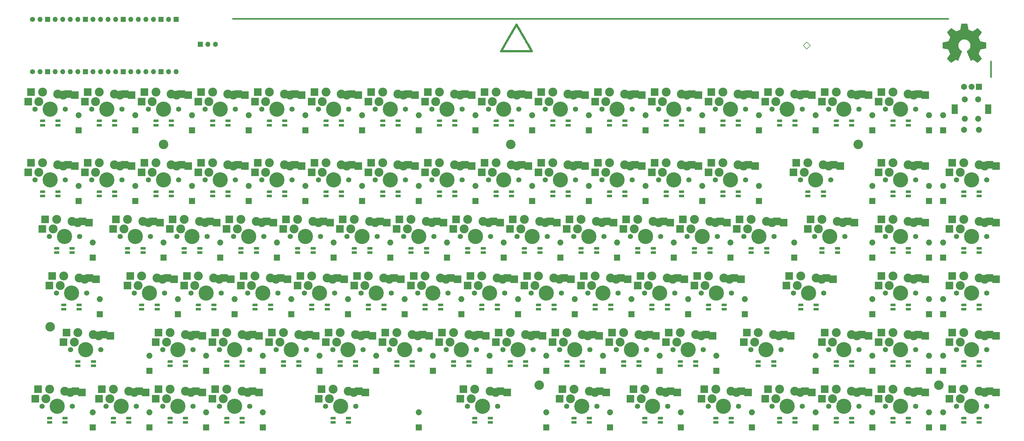
<source format=gbr>
%TF.GenerationSoftware,KiCad,Pcbnew,(6.0.2)*%
%TF.CreationDate,2022-08-21T18:03:26-07:00*%
%TF.ProjectId,tklc_v1_rgb,746b6c63-5f76-4315-9f72-67622e6b6963,rev?*%
%TF.SameCoordinates,Original*%
%TF.FileFunction,Soldermask,Bot*%
%TF.FilePolarity,Negative*%
%FSLAX46Y46*%
G04 Gerber Fmt 4.6, Leading zero omitted, Abs format (unit mm)*
G04 Created by KiCad (PCBNEW (6.0.2)) date 2022-08-21 18:03:26*
%MOMM*%
%LPD*%
G01*
G04 APERTURE LIST*
G04 Aperture macros list*
%AMOutline5P*
0 Free polygon, 5 corners , with rotation*
0 The origin of the aperture is its center*
0 number of corners: always 5*
0 $1 to $10 corner X, Y*
0 $11 Rotation angle, in degrees counterclockwise*
0 create outline with 5 corners*
4,1,5,$1,$2,$3,$4,$5,$6,$7,$8,$9,$10,$1,$2,$11*%
%AMOutline6P*
0 Free polygon, 6 corners , with rotation*
0 The origin of the aperture is its center*
0 number of corners: always 6*
0 $1 to $12 corner X, Y*
0 $13 Rotation angle, in degrees counterclockwise*
0 create outline with 6 corners*
4,1,6,$1,$2,$3,$4,$5,$6,$7,$8,$9,$10,$11,$12,$1,$2,$13*%
%AMOutline7P*
0 Free polygon, 7 corners , with rotation*
0 The origin of the aperture is its center*
0 number of corners: always 7*
0 $1 to $14 corner X, Y*
0 $15 Rotation angle, in degrees counterclockwise*
0 create outline with 7 corners*
4,1,7,$1,$2,$3,$4,$5,$6,$7,$8,$9,$10,$11,$12,$13,$14,$1,$2,$15*%
%AMOutline8P*
0 Free polygon, 8 corners , with rotation*
0 The origin of the aperture is its center*
0 number of corners: always 8*
0 $1 to $16 corner X, Y*
0 $17 Rotation angle, in degrees counterclockwise*
0 create outline with 8 corners*
4,1,8,$1,$2,$3,$4,$5,$6,$7,$8,$9,$10,$11,$12,$13,$14,$15,$16,$1,$2,$17*%
G04 Aperture macros list end*
%ADD10C,0.200000*%
%ADD11C,0.500000*%
%ADD12C,3.200000*%
%ADD13R,2.000000X2.000000*%
%ADD14O,2.000000X2.000000*%
%ADD15C,3.000000*%
%ADD16C,1.750000*%
%ADD17C,5.100000*%
%ADD18R,2.550000X2.550000*%
%ADD19R,2.550000X2.500000*%
%ADD20R,1.700000X0.820000*%
%ADD21Outline5P,-0.850000X0.246000X-0.686000X0.410000X0.850000X0.410000X0.850000X-0.410000X-0.850000X-0.410000X0.000000*%
%ADD22C,1.700000*%
%ADD23O,1.700000X1.700000*%
%ADD24R,1.700000X1.700000*%
%ADD25C,2.000000*%
%ADD26R,2.000000X3.200000*%
G04 APERTURE END LIST*
D10*
X313730475Y-89296950D02*
X314920576Y-90487728D01*
D11*
X375643134Y-95845554D02*
X375643134Y-101203380D01*
D10*
X312539849Y-90487576D02*
X313730475Y-89296950D01*
X312539849Y-90487728D02*
X313729948Y-91678356D01*
X314920576Y-90487728D02*
X313729948Y-91678356D01*
D11*
X120848742Y-81558018D02*
X361355598Y-81558018D01*
%TO.C,G\u002A\u002A\u002A*%
G36*
X378221480Y-101972444D02*
G01*
X378220617Y-101978969D01*
X378199003Y-101996249D01*
X378193916Y-101995991D01*
X378176525Y-101986336D01*
X378177559Y-101982731D01*
X378199003Y-101962532D01*
X378207710Y-101959020D01*
X378221480Y-101972444D01*
G37*
G36*
X367724280Y-83232842D02*
G01*
X367727255Y-83242420D01*
X367739193Y-83293383D01*
X367757750Y-83381409D01*
X367781956Y-83501572D01*
X367810840Y-83648942D01*
X367843429Y-83818590D01*
X367878753Y-84005589D01*
X367915841Y-84205010D01*
X367949728Y-84387404D01*
X367990402Y-84601855D01*
X368024829Y-84777034D01*
X368053651Y-84915882D01*
X368077508Y-85021337D01*
X368097044Y-85096341D01*
X368112898Y-85143833D01*
X368125713Y-85166751D01*
X368125761Y-85166799D01*
X368156516Y-85185397D01*
X368222745Y-85217681D01*
X368318069Y-85261014D01*
X368436107Y-85312759D01*
X368570480Y-85370276D01*
X368714807Y-85430929D01*
X368862708Y-85492079D01*
X369007804Y-85551088D01*
X369143714Y-85605319D01*
X369264059Y-85652134D01*
X369362458Y-85688894D01*
X369432532Y-85712962D01*
X369467900Y-85721700D01*
X369477659Y-85718893D01*
X369522987Y-85695472D01*
X369597977Y-85650857D01*
X369697765Y-85588135D01*
X369817487Y-85510392D01*
X369952280Y-85420717D01*
X370097280Y-85322196D01*
X370142085Y-85291444D01*
X370356142Y-85144562D01*
X370536668Y-85020799D01*
X370686614Y-84918184D01*
X370808933Y-84834744D01*
X370906578Y-84768506D01*
X370982501Y-84717499D01*
X371039654Y-84679750D01*
X371080991Y-84653287D01*
X371109462Y-84636138D01*
X371128022Y-84626330D01*
X371139622Y-84621892D01*
X371147215Y-84620850D01*
X371169027Y-84636172D01*
X371218235Y-84679789D01*
X371290837Y-84747723D01*
X371382863Y-84835995D01*
X371490342Y-84940628D01*
X371609304Y-85057642D01*
X371735780Y-85183060D01*
X371865797Y-85312904D01*
X371995388Y-85443194D01*
X372120581Y-85569954D01*
X372237406Y-85689204D01*
X372341892Y-85796966D01*
X372430071Y-85889262D01*
X372497971Y-85962113D01*
X372541623Y-86011542D01*
X372557056Y-86033570D01*
X372553945Y-86041494D01*
X372529877Y-86083106D01*
X372484220Y-86155670D01*
X372419626Y-86255159D01*
X372338746Y-86377546D01*
X372244233Y-86518803D01*
X372138737Y-86674904D01*
X372024909Y-86841821D01*
X371969235Y-86923300D01*
X371858414Y-87086683D01*
X371756868Y-87237968D01*
X371667315Y-87373010D01*
X371592472Y-87487664D01*
X371535058Y-87577784D01*
X371497788Y-87639226D01*
X371483382Y-87667845D01*
X371484087Y-87680049D01*
X371498368Y-87732598D01*
X371527770Y-87816809D01*
X371569650Y-87926561D01*
X371621368Y-88055736D01*
X371680283Y-88198212D01*
X371743754Y-88347870D01*
X371809141Y-88498589D01*
X371873803Y-88644251D01*
X371935099Y-88778734D01*
X371990388Y-88895919D01*
X372037029Y-88989686D01*
X372072382Y-89053915D01*
X372093805Y-89082486D01*
X372101685Y-89085880D01*
X372150097Y-89099400D01*
X372235799Y-89119439D01*
X372353846Y-89144969D01*
X372499290Y-89174962D01*
X372667187Y-89208387D01*
X372852589Y-89244219D01*
X373050551Y-89281426D01*
X373129605Y-89296113D01*
X373352033Y-89337916D01*
X373534693Y-89373158D01*
X373681040Y-89402607D01*
X373794529Y-89427030D01*
X373878615Y-89447194D01*
X373936752Y-89463866D01*
X373972397Y-89477813D01*
X373989002Y-89489802D01*
X373991495Y-89494098D01*
X373998585Y-89519532D01*
X374004392Y-89565451D01*
X374009020Y-89635352D01*
X374012573Y-89732729D01*
X374015155Y-89861077D01*
X374016870Y-90023893D01*
X374017823Y-90224670D01*
X374018118Y-90466904D01*
X374018114Y-90517422D01*
X374017935Y-90740021D01*
X374017368Y-90922700D01*
X374016247Y-91069645D01*
X374014403Y-91185040D01*
X374011669Y-91273071D01*
X374007877Y-91337923D01*
X374002860Y-91383781D01*
X373996450Y-91414830D01*
X373988480Y-91435254D01*
X373978781Y-91449240D01*
X373966140Y-91459610D01*
X373938545Y-91472956D01*
X373893981Y-91487795D01*
X373828543Y-91505003D01*
X373738326Y-91525457D01*
X373619426Y-91550031D01*
X373467936Y-91579603D01*
X373279952Y-91615048D01*
X373051569Y-91657242D01*
X372857356Y-91693375D01*
X372656631Y-91731920D01*
X372482764Y-91766669D01*
X372339249Y-91796881D01*
X372229579Y-91821819D01*
X372157249Y-91840745D01*
X372125753Y-91852919D01*
X372114520Y-91869980D01*
X372086648Y-91925765D01*
X372046199Y-92014513D01*
X371995389Y-92131124D01*
X371936430Y-92270493D01*
X371871536Y-92427518D01*
X371802920Y-92597097D01*
X371782184Y-92648929D01*
X371707814Y-92836015D01*
X371648901Y-92986814D01*
X371604004Y-93105527D01*
X371571682Y-93196351D01*
X371550491Y-93263486D01*
X371538989Y-93311131D01*
X371535736Y-93343484D01*
X371539289Y-93364744D01*
X371539411Y-93365058D01*
X371557275Y-93396776D01*
X371597702Y-93460820D01*
X371657694Y-93552682D01*
X371734258Y-93667856D01*
X371824396Y-93801834D01*
X371925114Y-93950110D01*
X372033417Y-94108178D01*
X372055039Y-94139603D01*
X372181403Y-94323345D01*
X372284825Y-94474145D01*
X372367511Y-94595546D01*
X372431667Y-94691094D01*
X372479500Y-94764333D01*
X372513214Y-94818807D01*
X372535016Y-94858060D01*
X372547112Y-94885639D01*
X372551708Y-94905086D01*
X372551010Y-94919947D01*
X372547223Y-94933765D01*
X372541516Y-94942462D01*
X372508022Y-94981345D01*
X372447713Y-95046508D01*
X372363967Y-95134448D01*
X372260163Y-95241663D01*
X372139679Y-95364650D01*
X372005895Y-95499907D01*
X371862189Y-95643931D01*
X371816284Y-95689719D01*
X371655953Y-95849112D01*
X371523503Y-95979671D01*
X371416078Y-96083998D01*
X371330822Y-96164698D01*
X371264879Y-96224375D01*
X371215393Y-96265631D01*
X371179508Y-96291070D01*
X371154368Y-96303296D01*
X371137116Y-96304912D01*
X371135995Y-96304629D01*
X371103266Y-96287875D01*
X371038443Y-96248557D01*
X370945955Y-96189573D01*
X370830231Y-96113820D01*
X370695701Y-96024196D01*
X370546794Y-95923596D01*
X370387941Y-95814919D01*
X370376137Y-95806797D01*
X370217540Y-95698141D01*
X370069053Y-95597264D01*
X369935148Y-95507140D01*
X369820295Y-95430746D01*
X369728965Y-95371056D01*
X369665627Y-95331045D01*
X369634754Y-95313688D01*
X369633380Y-95313174D01*
X369607461Y-95308243D01*
X369573722Y-95312768D01*
X369525906Y-95329295D01*
X369457760Y-95360374D01*
X369363030Y-95408552D01*
X369235459Y-95476379D01*
X369143833Y-95524613D01*
X369037821Y-95577738D01*
X368949241Y-95619126D01*
X368885377Y-95645404D01*
X368853513Y-95653199D01*
X368851178Y-95652068D01*
X368835814Y-95631888D01*
X368810442Y-95585411D01*
X368774314Y-95510925D01*
X368726679Y-95406714D01*
X368666789Y-95271067D01*
X368593894Y-95102269D01*
X368507244Y-94898607D01*
X368406091Y-94658367D01*
X368289685Y-94379837D01*
X368157276Y-94061302D01*
X368143932Y-94029121D01*
X368039634Y-93776774D01*
X367940806Y-93536261D01*
X367848769Y-93310875D01*
X367764841Y-93103911D01*
X367690341Y-92918661D01*
X367626587Y-92758419D01*
X367574899Y-92626480D01*
X367536596Y-92526136D01*
X367512995Y-92460682D01*
X367505417Y-92433411D01*
X367508587Y-92424243D01*
X367541687Y-92384240D01*
X367605409Y-92329243D01*
X367693533Y-92264826D01*
X367755394Y-92221859D01*
X367964047Y-92064948D01*
X368137465Y-91911860D01*
X368281992Y-91755942D01*
X368403974Y-91590542D01*
X368509756Y-91409006D01*
X368581390Y-91255694D01*
X368673253Y-90979811D01*
X368723896Y-90696680D01*
X368733960Y-90411041D01*
X368704089Y-90127635D01*
X368634926Y-89851202D01*
X368527114Y-89586483D01*
X368381296Y-89338219D01*
X368198114Y-89111148D01*
X368063837Y-88978753D01*
X367827661Y-88792281D01*
X367574869Y-88647552D01*
X367305063Y-88544390D01*
X367017842Y-88482621D01*
X366712808Y-88462070D01*
X366527100Y-88469507D01*
X366232833Y-88514839D01*
X365956139Y-88601495D01*
X365696619Y-88729649D01*
X365453873Y-88899475D01*
X365227502Y-89111148D01*
X365220243Y-89118926D01*
X365037242Y-89347654D01*
X364892699Y-89595443D01*
X364786761Y-89857979D01*
X364719571Y-90130950D01*
X364691278Y-90410042D01*
X364702026Y-90690940D01*
X364751962Y-90969333D01*
X364841231Y-91240905D01*
X364969979Y-91501345D01*
X365138353Y-91746337D01*
X365187530Y-91805752D01*
X365291703Y-91917427D01*
X365410620Y-92025593D01*
X365552921Y-92137811D01*
X365727246Y-92261641D01*
X365762950Y-92286622D01*
X365844436Y-92349131D01*
X365898833Y-92399825D01*
X365920199Y-92433411D01*
X365920173Y-92434617D01*
X365910522Y-92466837D01*
X365885013Y-92536828D01*
X365844966Y-92641297D01*
X365791700Y-92776951D01*
X365726532Y-92940496D01*
X365650782Y-93128637D01*
X365565769Y-93338082D01*
X365472812Y-93565537D01*
X365373229Y-93807708D01*
X365268340Y-94061302D01*
X365214866Y-94190121D01*
X365089532Y-94491098D01*
X364979868Y-94752882D01*
X364885082Y-94977281D01*
X364804382Y-95166106D01*
X364736978Y-95321164D01*
X364682076Y-95444266D01*
X364638886Y-95537219D01*
X364606615Y-95601834D01*
X364584473Y-95639919D01*
X364571667Y-95653283D01*
X364549281Y-95648806D01*
X364491385Y-95626191D01*
X364407261Y-95587772D01*
X364304213Y-95536919D01*
X364189543Y-95477000D01*
X364064921Y-95410864D01*
X363968844Y-95362091D01*
X363899598Y-95330553D01*
X363850965Y-95313711D01*
X363816732Y-95309022D01*
X363790684Y-95313947D01*
X363789621Y-95314372D01*
X363756256Y-95333311D01*
X363690759Y-95374699D01*
X363597597Y-95435568D01*
X363481240Y-95512948D01*
X363346156Y-95603868D01*
X363196811Y-95705359D01*
X363037675Y-95814452D01*
X363024387Y-95823596D01*
X362866184Y-95931744D01*
X362718291Y-96031585D01*
X362585138Y-96120219D01*
X362471152Y-96194749D01*
X362380764Y-96252275D01*
X362318404Y-96289900D01*
X362288500Y-96304723D01*
X362284339Y-96305207D01*
X362265271Y-96301029D01*
X362237621Y-96285611D01*
X362198528Y-96256346D01*
X362145131Y-96210626D01*
X362074567Y-96145843D01*
X361983977Y-96059390D01*
X361870497Y-95948659D01*
X361731268Y-95811042D01*
X361563427Y-95643931D01*
X361487221Y-95567710D01*
X361348283Y-95427835D01*
X361221035Y-95298560D01*
X361108856Y-95183387D01*
X361015123Y-95085818D01*
X360943216Y-95009357D01*
X360896513Y-94957505D01*
X360878393Y-94933765D01*
X360877698Y-94931565D01*
X360874243Y-94917816D01*
X360874215Y-94902481D01*
X360879822Y-94882013D01*
X360893268Y-94852869D01*
X360916759Y-94811504D01*
X360952502Y-94754373D01*
X361002703Y-94677932D01*
X361069567Y-94578637D01*
X361155301Y-94452942D01*
X361262109Y-94297304D01*
X361392199Y-94108178D01*
X361394759Y-94104456D01*
X361502921Y-93946564D01*
X361603429Y-93798567D01*
X361693288Y-93664971D01*
X361769503Y-93550284D01*
X361829078Y-93459013D01*
X361869018Y-93395664D01*
X361886327Y-93364744D01*
X361887749Y-93360336D01*
X361889768Y-93336747D01*
X361884628Y-93301036D01*
X361870887Y-93249007D01*
X361847102Y-93176458D01*
X361811833Y-93079191D01*
X361763637Y-92953008D01*
X361701072Y-92793710D01*
X361622695Y-92597097D01*
X361571608Y-92470503D01*
X361505538Y-92309741D01*
X361444827Y-92165316D01*
X361391691Y-92042330D01*
X361348343Y-91945885D01*
X361316995Y-91881082D01*
X361299863Y-91853024D01*
X361273647Y-91842513D01*
X361205546Y-91824344D01*
X361099927Y-91800108D01*
X360960379Y-91770562D01*
X360790491Y-91736463D01*
X360593850Y-91698569D01*
X360374047Y-91657637D01*
X360173614Y-91620690D01*
X359980876Y-91584525D01*
X359825104Y-91554343D01*
X359702371Y-91529263D01*
X359608750Y-91508402D01*
X359540312Y-91490880D01*
X359493132Y-91475814D01*
X359463282Y-91462325D01*
X359446834Y-91449529D01*
X359444731Y-91447009D01*
X359435394Y-91431987D01*
X359427752Y-91409687D01*
X359421636Y-91375922D01*
X359416880Y-91326507D01*
X359413315Y-91257253D01*
X359410774Y-91163976D01*
X359409090Y-91042489D01*
X359408094Y-90888606D01*
X359407619Y-90698139D01*
X359407498Y-90466904D01*
X359407547Y-90359480D01*
X359408086Y-90136223D01*
X359409308Y-89952828D01*
X359411322Y-89805716D01*
X359414234Y-89691312D01*
X359418153Y-89606037D01*
X359423188Y-89546316D01*
X359429446Y-89508571D01*
X359437036Y-89489225D01*
X359441971Y-89484256D01*
X359465434Y-89471604D01*
X359508464Y-89456867D01*
X359574594Y-89439259D01*
X359667361Y-89417994D01*
X359790298Y-89392287D01*
X359946942Y-89361352D01*
X360140826Y-89324403D01*
X360375487Y-89280656D01*
X360456657Y-89265552D01*
X360650098Y-89228857D01*
X360828979Y-89193956D01*
X360988352Y-89161876D01*
X361123269Y-89133643D01*
X361228784Y-89110285D01*
X361299947Y-89092826D01*
X361331811Y-89082293D01*
X361338504Y-89075005D01*
X361364586Y-89031427D01*
X361403906Y-88955054D01*
X361453800Y-88851944D01*
X361511598Y-88728158D01*
X361574636Y-88589754D01*
X361640246Y-88442791D01*
X361705760Y-88293331D01*
X361768512Y-88147431D01*
X361825835Y-88011151D01*
X361875062Y-87890551D01*
X361913527Y-87791690D01*
X361938561Y-87720627D01*
X361947498Y-87683422D01*
X361944629Y-87674769D01*
X361920934Y-87631344D01*
X361875507Y-87557077D01*
X361811018Y-87456072D01*
X361730138Y-87332432D01*
X361635538Y-87190261D01*
X361529891Y-87033661D01*
X361415866Y-86866737D01*
X361361746Y-86787803D01*
X361250678Y-86624620D01*
X361148836Y-86473407D01*
X361058955Y-86338322D01*
X360983771Y-86223527D01*
X360926019Y-86133180D01*
X360888435Y-86071441D01*
X360873756Y-86042469D01*
X360875262Y-86026414D01*
X360887904Y-86000723D01*
X360914500Y-85963526D01*
X360957640Y-85911967D01*
X361019914Y-85843193D01*
X361103913Y-85754348D01*
X361212227Y-85642579D01*
X361347445Y-85505029D01*
X361512158Y-85338845D01*
X361566265Y-85284500D01*
X361706291Y-85144801D01*
X361837121Y-85015594D01*
X361955032Y-84900474D01*
X362056303Y-84803031D01*
X362137212Y-84726859D01*
X362194036Y-84675549D01*
X362223055Y-84652695D01*
X362270681Y-84634166D01*
X362324650Y-84640667D01*
X362332624Y-84645532D01*
X362375001Y-84673353D01*
X362448415Y-84722567D01*
X362548760Y-84790388D01*
X362671933Y-84874033D01*
X362813828Y-84970716D01*
X362970342Y-85077652D01*
X363137369Y-85192057D01*
X363217139Y-85246604D01*
X363379735Y-85356784D01*
X363530076Y-85457337D01*
X363664050Y-85545593D01*
X363777546Y-85618884D01*
X363866453Y-85674539D01*
X363926658Y-85709890D01*
X363954050Y-85722266D01*
X363955352Y-85722210D01*
X363992642Y-85712354D01*
X364064248Y-85687372D01*
X364163821Y-85649889D01*
X364285012Y-85602531D01*
X364421474Y-85547924D01*
X364566857Y-85488694D01*
X364714813Y-85427465D01*
X364858995Y-85366863D01*
X364993053Y-85309514D01*
X365110640Y-85258044D01*
X365205406Y-85215078D01*
X365271004Y-85183241D01*
X365301085Y-85165159D01*
X365304692Y-85160400D01*
X365318944Y-85126302D01*
X365337339Y-85062015D01*
X365360392Y-84965175D01*
X365388615Y-84833418D01*
X365422520Y-84664381D01*
X365462622Y-84455699D01*
X365509432Y-84205010D01*
X365526465Y-84113134D01*
X365562909Y-83918752D01*
X365597149Y-83739031D01*
X365628213Y-83578900D01*
X365655126Y-83443288D01*
X365676918Y-83337122D01*
X365692616Y-83265330D01*
X365701248Y-83232842D01*
X365722818Y-83182266D01*
X367702798Y-83182266D01*
X367724280Y-83232842D01*
G37*
G36*
X378204201Y-78979767D02*
G01*
X378221480Y-79001381D01*
X378221223Y-79006468D01*
X378211568Y-79023859D01*
X378207962Y-79022825D01*
X378187764Y-79001381D01*
X378184251Y-78992674D01*
X378197676Y-78978904D01*
X378204201Y-78979767D01*
G37*
G36*
X355236070Y-78980668D02*
G01*
X355237852Y-79001381D01*
X355233239Y-79008108D01*
X355214048Y-79023859D01*
X355211804Y-79023275D01*
X355204135Y-79001381D01*
X355205050Y-78995220D01*
X355227940Y-78978904D01*
X355236070Y-78980668D01*
G37*
G36*
X355217653Y-101952327D02*
G01*
X355237852Y-101973771D01*
X355241364Y-101982478D01*
X355227940Y-101996249D01*
X355221415Y-101995385D01*
X355204135Y-101973771D01*
X355204393Y-101968684D01*
X355214048Y-101951293D01*
X355217653Y-101952327D01*
G37*
%TO.C,Ge*%
G36*
X221632637Y-92128462D02*
G01*
X221647273Y-92154611D01*
X221699536Y-92253275D01*
X221731856Y-92327523D01*
X221748281Y-92388024D01*
X221752857Y-92445448D01*
X221734526Y-92555420D01*
X221674428Y-92662125D01*
X221574588Y-92751978D01*
X221498539Y-92803227D01*
X216187699Y-92797469D01*
X210876859Y-92791710D01*
X210813398Y-92745439D01*
X210767692Y-92703931D01*
X210704315Y-92612391D01*
X210664176Y-92508015D01*
X210655352Y-92408051D01*
X210655524Y-92407029D01*
X210669603Y-92374254D01*
X210705050Y-92304940D01*
X210760654Y-92201184D01*
X210835202Y-92065087D01*
X210844996Y-92047432D01*
X211682768Y-92047432D01*
X211688297Y-92048112D01*
X211732014Y-92049454D01*
X211817513Y-92050755D01*
X211942673Y-92052010D01*
X212105375Y-92053212D01*
X212303501Y-92054355D01*
X212534930Y-92055432D01*
X212797543Y-92056437D01*
X213089220Y-92057364D01*
X213407843Y-92058206D01*
X213751293Y-92058956D01*
X214117448Y-92059609D01*
X214504191Y-92060157D01*
X214909402Y-92060595D01*
X215330960Y-92060915D01*
X215766748Y-92061112D01*
X216214646Y-92061179D01*
X220746523Y-92061179D01*
X220714389Y-92010604D01*
X220711760Y-92006234D01*
X220689625Y-91968365D01*
X220646511Y-91894112D01*
X220583506Y-91785356D01*
X220501695Y-91643978D01*
X220402166Y-91471859D01*
X220286004Y-91270879D01*
X220154295Y-91042920D01*
X220008127Y-90789863D01*
X219848585Y-90513588D01*
X219676756Y-90215977D01*
X219493727Y-89898911D01*
X219300583Y-89564270D01*
X219098411Y-89213936D01*
X218888298Y-88849789D01*
X218671329Y-88473711D01*
X218448592Y-88087583D01*
X218341422Y-87901805D01*
X218075384Y-87440845D01*
X217830633Y-87017112D01*
X217606408Y-86629310D01*
X217401948Y-86276144D01*
X217216490Y-85956321D01*
X217049276Y-85668547D01*
X216899543Y-85411526D01*
X216766530Y-85183964D01*
X216649476Y-84984568D01*
X216547621Y-84812043D01*
X216460203Y-84665094D01*
X216386462Y-84542427D01*
X216325635Y-84442748D01*
X216276963Y-84364762D01*
X216239684Y-84307176D01*
X216213037Y-84268693D01*
X216196261Y-84248022D01*
X216188594Y-84243866D01*
X216184114Y-84250726D01*
X216159205Y-84292229D01*
X216113913Y-84369133D01*
X216049539Y-84479186D01*
X215967382Y-84620138D01*
X215868744Y-84789735D01*
X215754923Y-84985727D01*
X215627220Y-85205861D01*
X215486936Y-85447886D01*
X215335370Y-85709550D01*
X215173823Y-85988601D01*
X215003595Y-86282788D01*
X214825986Y-86589858D01*
X214642296Y-86907560D01*
X214453826Y-87233643D01*
X214261875Y-87565853D01*
X214067744Y-87901941D01*
X213872733Y-88239654D01*
X213678142Y-88576739D01*
X213485272Y-88910947D01*
X213295421Y-89240023D01*
X213109892Y-89561718D01*
X212929983Y-89873779D01*
X212756995Y-90173954D01*
X212592229Y-90459992D01*
X212436984Y-90729641D01*
X212292560Y-90980649D01*
X212160258Y-91210765D01*
X212041378Y-91417736D01*
X211937221Y-91599310D01*
X211849085Y-91753237D01*
X211778272Y-91877265D01*
X211726081Y-91969141D01*
X211693813Y-92026614D01*
X211682768Y-92047432D01*
X210844996Y-92047432D01*
X210927483Y-91898746D01*
X211036284Y-91704260D01*
X211160395Y-91483729D01*
X211298602Y-91239251D01*
X211449694Y-90972924D01*
X211612460Y-90686848D01*
X211785687Y-90383121D01*
X211968164Y-90063842D01*
X212158679Y-89731110D01*
X212356020Y-89387024D01*
X212558974Y-89033682D01*
X212766331Y-88673183D01*
X212976879Y-88307625D01*
X213189404Y-87939109D01*
X213402697Y-87569732D01*
X213615544Y-87201593D01*
X213826735Y-86836792D01*
X214035056Y-86477426D01*
X214239297Y-86125594D01*
X214438246Y-85783396D01*
X214630689Y-85452930D01*
X214815417Y-85136295D01*
X214991217Y-84835589D01*
X215156876Y-84552912D01*
X215311184Y-84290362D01*
X215452928Y-84050037D01*
X215580897Y-83834038D01*
X215693879Y-83644462D01*
X215790661Y-83483408D01*
X215870032Y-83352976D01*
X215930780Y-83255263D01*
X215971694Y-83192368D01*
X215991561Y-83166391D01*
X216013494Y-83150960D01*
X216124231Y-83104568D01*
X216244579Y-83099287D01*
X216366005Y-83135817D01*
X216397436Y-83152568D01*
X216459760Y-83194841D01*
X216499107Y-83234097D01*
X216499581Y-83234849D01*
X216516108Y-83262880D01*
X216553734Y-83327499D01*
X216611232Y-83426584D01*
X216687376Y-83558010D01*
X216780940Y-83719653D01*
X216890698Y-83909388D01*
X217015424Y-84125092D01*
X217153893Y-84364640D01*
X217304877Y-84625908D01*
X217467151Y-84906772D01*
X217639490Y-85205108D01*
X217820666Y-85518791D01*
X218009455Y-85845697D01*
X218204629Y-86183702D01*
X218404963Y-86530682D01*
X218609231Y-86884512D01*
X218816207Y-87243069D01*
X219024665Y-87604228D01*
X219233379Y-87965865D01*
X219441122Y-88325856D01*
X219646669Y-88682076D01*
X219848794Y-89032401D01*
X220046271Y-89374708D01*
X220237873Y-89706872D01*
X220422376Y-90026768D01*
X220598551Y-90332273D01*
X220765175Y-90621262D01*
X220921020Y-90891611D01*
X221064861Y-91141196D01*
X221195471Y-91367893D01*
X221311625Y-91569577D01*
X221412096Y-91744124D01*
X221495659Y-91889411D01*
X221561088Y-92003312D01*
X221594248Y-92061179D01*
X221607156Y-92083704D01*
X221632637Y-92128462D01*
G37*
%TD*%
D12*
%TO.C,REF\u002A\u002A*%
X59531300Y-185142343D03*
%TD*%
%TO.C,REF\u002A\u002A*%
X223837688Y-204787672D03*
%TD*%
%TO.C,REF\u002A\u002A*%
X214312680Y-123825104D03*
%TD*%
%TO.C,REF\u002A\u002A*%
X330994068Y-123825104D03*
%TD*%
%TO.C,REF\u002A\u002A*%
X358080769Y-204787672D03*
%TD*%
%TO.C,REF\u002A\u002A*%
X97631292Y-123825104D03*
%TD*%
D13*
%TO.C,D86*%
X247650000Y-219075000D03*
D14*
X247650000Y-213995000D03*
%TD*%
D13*
%TO.C,D76*%
X316706250Y-200025000D03*
D14*
X316706250Y-194945000D03*
%TD*%
D13*
%TO.C,D12*%
X278606250Y-119062500D03*
D14*
X278606250Y-113982500D03*
%TD*%
D15*
%TO.C,SW46*%
X300196250Y-149701250D03*
D16*
X292576250Y-154781250D03*
X302736250Y-154781250D03*
D15*
X295056250Y-149031250D03*
X293846250Y-152241250D03*
D17*
X297656250Y-154781250D03*
D15*
X302056250Y-150081250D03*
D18*
X305931250Y-150081250D03*
D19*
X303671250Y-149701250D03*
D18*
X291181250Y-149031250D03*
D19*
X290246250Y-152241250D03*
D20*
X300256250Y-160231250D03*
X295056250Y-160231250D03*
X300256250Y-158731250D03*
D21*
X295056250Y-158731250D03*
%TD*%
D13*
%TO.C,D64*%
X359568750Y-180975000D03*
D14*
X359568750Y-175895000D03*
%TD*%
D13*
%TO.C,D26*%
X221456250Y-142875000D03*
D14*
X221456250Y-137795000D03*
%TD*%
D13*
%TO.C,D43*%
X250031250Y-161925000D03*
D14*
X250031250Y-156845000D03*
%TD*%
D13*
%TO.C,D29*%
X278606250Y-142875000D03*
D14*
X278606250Y-137795000D03*
%TD*%
D13*
%TO.C,D92*%
X359568750Y-219075000D03*
D14*
X359568750Y-213995000D03*
%TD*%
D13*
%TO.C,D72*%
X226218750Y-200025000D03*
D14*
X226218750Y-194945000D03*
%TD*%
D13*
%TO.C,D25*%
X202406250Y-142875000D03*
D14*
X202406250Y-137795000D03*
%TD*%
D13*
%TO.C,D69*%
X169068750Y-200025000D03*
D14*
X169068750Y-194945000D03*
%TD*%
D13*
%TO.C,D15*%
X335756250Y-119062500D03*
D14*
X335756250Y-113982500D03*
%TD*%
D13*
%TO.C,D41*%
X211931250Y-161925000D03*
D14*
X211931250Y-156845000D03*
%TD*%
D16*
%TO.C,SW6*%
X159861250Y-111918750D03*
D15*
X150971250Y-109378750D03*
X152181250Y-106168750D03*
X159181250Y-107218750D03*
D17*
X154781250Y-111918750D03*
D16*
X149701250Y-111918750D03*
D15*
X157321250Y-106838750D03*
D19*
X160796250Y-106838750D03*
D18*
X163056250Y-107218750D03*
X148306250Y-106168750D03*
D19*
X147371250Y-109378750D03*
D20*
X157381250Y-117368750D03*
X152181250Y-117368750D03*
X157381250Y-115868750D03*
D21*
X152181250Y-115868750D03*
%TD*%
D15*
%TO.C,SW49*%
X371633750Y-149701250D03*
X365283750Y-152241250D03*
D17*
X369093750Y-154781250D03*
D15*
X373493750Y-150081250D03*
X366493750Y-149031250D03*
D16*
X374173750Y-154781250D03*
X364013750Y-154781250D03*
D18*
X377318750Y-150081250D03*
D19*
X375108750Y-149701250D03*
X361683750Y-152241250D03*
D18*
X362618750Y-149031250D03*
D20*
X371693750Y-160231250D03*
X366493750Y-160231250D03*
X371693750Y-158731250D03*
D21*
X366493750Y-158731250D03*
%TD*%
D13*
%TO.C,D1*%
X69056250Y-119062500D03*
D14*
X69056250Y-113982500D03*
%TD*%
D13*
%TO.C,D27*%
X240506250Y-142875000D03*
D14*
X240506250Y-137795000D03*
%TD*%
D16*
%TO.C,SW59*%
X250348750Y-173831250D03*
D15*
X241458750Y-171291250D03*
X249668750Y-169131250D03*
X242668750Y-168081250D03*
D16*
X240188750Y-173831250D03*
D15*
X247808750Y-168751250D03*
D17*
X245268750Y-173831250D03*
D18*
X253543750Y-169131250D03*
D19*
X251283750Y-168751250D03*
D18*
X238793750Y-168081250D03*
D19*
X237858750Y-171291250D03*
D20*
X247868750Y-179281250D03*
X242668750Y-179281250D03*
X247868750Y-177781250D03*
D21*
X242668750Y-177781250D03*
%TD*%
D13*
%TO.C,D70*%
X188118750Y-200025000D03*
D14*
X188118750Y-194945000D03*
%TD*%
D16*
%TO.C,SW42*%
X216376250Y-154781250D03*
D15*
X218856250Y-149031250D03*
X217646250Y-152241250D03*
X225856250Y-150081250D03*
D16*
X226536250Y-154781250D03*
D17*
X221456250Y-154781250D03*
D15*
X223996250Y-149701250D03*
D19*
X227471250Y-149701250D03*
D18*
X229731250Y-150081250D03*
X214981250Y-149031250D03*
D19*
X214046250Y-152241250D03*
D20*
X224056250Y-160231250D03*
X218856250Y-160231250D03*
X224056250Y-158731250D03*
D21*
X218856250Y-158731250D03*
%TD*%
D17*
%TO.C,SW1*%
X59531250Y-111918750D03*
D15*
X56931250Y-106168750D03*
X62071250Y-106838750D03*
D16*
X64611250Y-111918750D03*
D15*
X55721250Y-109378750D03*
D16*
X54451250Y-111918750D03*
D15*
X63931250Y-107218750D03*
D18*
X67806250Y-107218750D03*
D19*
X65546250Y-106838750D03*
D18*
X53056250Y-106168750D03*
D19*
X52121250Y-109378750D03*
D20*
X62131250Y-117368750D03*
X56931250Y-117368750D03*
X62131250Y-115868750D03*
D21*
X56931250Y-115868750D03*
%TD*%
D13*
%TO.C,D50*%
X76200000Y-180975000D03*
D14*
X76200000Y-175895000D03*
%TD*%
D13*
%TO.C,D39*%
X173831250Y-161925000D03*
D14*
X173831250Y-156845000D03*
%TD*%
D13*
%TO.C,D48*%
X354806250Y-161925000D03*
D14*
X354806250Y-156845000D03*
%TD*%
D15*
%TO.C,SW66*%
X106793750Y-188181250D03*
D16*
X107473750Y-192881250D03*
D15*
X104933750Y-187801250D03*
D17*
X102393750Y-192881250D03*
D15*
X98583750Y-190341250D03*
D16*
X97313750Y-192881250D03*
D15*
X99793750Y-187131250D03*
D19*
X108408750Y-187801250D03*
D18*
X110668750Y-188181250D03*
X95918750Y-187131250D03*
D19*
X94983750Y-190341250D03*
D20*
X104993750Y-198331250D03*
X99793750Y-198331250D03*
X104993750Y-196831250D03*
D21*
X99793750Y-196831250D03*
%TD*%
D15*
%TO.C,SW14*%
X304581250Y-106168750D03*
X303371250Y-109378750D03*
X311581250Y-107218750D03*
D17*
X307181250Y-111918750D03*
D16*
X302101250Y-111918750D03*
D15*
X309721250Y-106838750D03*
D16*
X312261250Y-111918750D03*
D19*
X313196250Y-106838750D03*
D18*
X315456250Y-107218750D03*
D19*
X299771250Y-109378750D03*
D18*
X300706250Y-106168750D03*
D20*
X309781250Y-117368750D03*
X304581250Y-117368750D03*
X309781250Y-115868750D03*
D21*
X304581250Y-115868750D03*
%TD*%
D15*
%TO.C,SW21*%
X119221250Y-130651250D03*
X114081250Y-129981250D03*
D16*
X111601250Y-135731250D03*
D15*
X121081250Y-131031250D03*
D16*
X121761250Y-135731250D03*
D15*
X112871250Y-133191250D03*
D17*
X116681250Y-135731250D03*
D18*
X124956250Y-131031250D03*
D19*
X122696250Y-130651250D03*
D18*
X110206250Y-129981250D03*
D19*
X109271250Y-133191250D03*
D20*
X119281250Y-141181250D03*
X114081250Y-141181250D03*
X119281250Y-139681250D03*
D21*
X114081250Y-139681250D03*
%TD*%
D13*
%TO.C,D90*%
X335756250Y-219075000D03*
D14*
X335756250Y-213995000D03*
%TD*%
D13*
%TO.C,D38*%
X154781250Y-161925000D03*
D14*
X154781250Y-156845000D03*
%TD*%
D15*
%TO.C,SW27*%
X235381250Y-131031250D03*
X233521250Y-130651250D03*
D16*
X236061250Y-135731250D03*
D17*
X230981250Y-135731250D03*
D16*
X225901250Y-135731250D03*
D15*
X227171250Y-133191250D03*
X228381250Y-129981250D03*
D18*
X239256250Y-131031250D03*
D19*
X236996250Y-130651250D03*
X223571250Y-133191250D03*
D18*
X224506250Y-129981250D03*
D20*
X233581250Y-141181250D03*
X228381250Y-141181250D03*
X233581250Y-139681250D03*
D21*
X228381250Y-139681250D03*
%TD*%
D17*
%TO.C,SW28*%
X250031250Y-135731250D03*
D16*
X255111250Y-135731250D03*
D15*
X246221250Y-133191250D03*
X254431250Y-131031250D03*
D16*
X244951250Y-135731250D03*
D15*
X247431250Y-129981250D03*
X252571250Y-130651250D03*
D19*
X256046250Y-130651250D03*
D18*
X258306250Y-131031250D03*
D19*
X242621250Y-133191250D03*
D18*
X243556250Y-129981250D03*
D20*
X252631250Y-141181250D03*
X247431250Y-141181250D03*
X252631250Y-139681250D03*
D21*
X247431250Y-139681250D03*
%TD*%
D22*
%TO.C,U1*%
X53554900Y-99277576D03*
D23*
X56094900Y-99277576D03*
D24*
X58634900Y-99277576D03*
D23*
X61174900Y-99277576D03*
X63714900Y-99277576D03*
X66254900Y-99277576D03*
X68794900Y-99277576D03*
D24*
X71334900Y-99277576D03*
D23*
X73874900Y-99277576D03*
X76414900Y-99277576D03*
X78954900Y-99277576D03*
X81494900Y-99277576D03*
D24*
X84034900Y-99277576D03*
D23*
X86574900Y-99277576D03*
X89114900Y-99277576D03*
X91654900Y-99277576D03*
X94194900Y-99277576D03*
D24*
X96734900Y-99277576D03*
D23*
X99274900Y-99277576D03*
X101814900Y-99277576D03*
D24*
X101814900Y-81713576D03*
D23*
X99274900Y-81713576D03*
D24*
X96734900Y-81713576D03*
D23*
X94194900Y-81713576D03*
X91654900Y-81713576D03*
X89114900Y-81713576D03*
X86574900Y-81713576D03*
D24*
X84034900Y-81713576D03*
D23*
X81494900Y-81713576D03*
X78954900Y-81713576D03*
X76414900Y-81713576D03*
X73874900Y-81713576D03*
D24*
X71334900Y-81713576D03*
D23*
X68794900Y-81713576D03*
X66254900Y-81713576D03*
X63714900Y-81713576D03*
X61174900Y-81713576D03*
D24*
X58634900Y-81713576D03*
D23*
X56094900Y-81713576D03*
D22*
X53554900Y-81713576D03*
%TD*%
D16*
%TO.C,SW7*%
X178911250Y-111918750D03*
D15*
X178231250Y-107218750D03*
D16*
X168751250Y-111918750D03*
D15*
X176371250Y-106838750D03*
X170021250Y-109378750D03*
D17*
X173831250Y-111918750D03*
D15*
X171231250Y-106168750D03*
D18*
X182106250Y-107218750D03*
D19*
X179846250Y-106838750D03*
X166421250Y-109378750D03*
D18*
X167356250Y-106168750D03*
D20*
X176431250Y-117368750D03*
X171231250Y-117368750D03*
X176431250Y-115868750D03*
D21*
X171231250Y-115868750D03*
%TD*%
D13*
%TO.C,D11*%
X259556250Y-119062500D03*
D14*
X259556250Y-113982500D03*
%TD*%
D13*
%TO.C,D78*%
X354806250Y-200025000D03*
D14*
X354806250Y-194945000D03*
%TD*%
D16*
%TO.C,SW2*%
X73501250Y-111918750D03*
D15*
X75981250Y-106168750D03*
D17*
X78581250Y-111918750D03*
D15*
X74771250Y-109378750D03*
D16*
X83661250Y-111918750D03*
D15*
X82981250Y-107218750D03*
X81121250Y-106838750D03*
D18*
X86856250Y-107218750D03*
D19*
X84596250Y-106838750D03*
X71171250Y-109378750D03*
D18*
X72106250Y-106168750D03*
D20*
X81181250Y-117368750D03*
X75981250Y-117368750D03*
X81181250Y-115868750D03*
D21*
X75981250Y-115868750D03*
%TD*%
D13*
%TO.C,D13*%
X297656250Y-119062500D03*
D14*
X297656250Y-113982500D03*
%TD*%
D13*
%TO.C,D71*%
X207168750Y-200025000D03*
D14*
X207168750Y-194945000D03*
%TD*%
D13*
%TO.C,D14*%
X316706250Y-119062500D03*
D14*
X316706250Y-113982500D03*
%TD*%
D16*
%TO.C,SW45*%
X273526250Y-154781250D03*
X283686250Y-154781250D03*
D17*
X278606250Y-154781250D03*
D15*
X274796250Y-152241250D03*
X276006250Y-149031250D03*
X283006250Y-150081250D03*
X281146250Y-149701250D03*
D19*
X284621250Y-149701250D03*
D18*
X286881250Y-150081250D03*
X272131250Y-149031250D03*
D19*
X271196250Y-152241250D03*
D20*
X281206250Y-160231250D03*
X276006250Y-160231250D03*
X281206250Y-158731250D03*
D21*
X276006250Y-158731250D03*
%TD*%
D16*
%TO.C,SW91*%
X340201250Y-211931250D03*
X350361250Y-211931250D03*
D15*
X342681250Y-206181250D03*
X349681250Y-207231250D03*
X347821250Y-206851250D03*
D17*
X345281250Y-211931250D03*
D15*
X341471250Y-209391250D03*
D18*
X353556250Y-207231250D03*
D19*
X351296250Y-206851250D03*
D18*
X338806250Y-206181250D03*
D19*
X337871250Y-209391250D03*
D20*
X347881250Y-217381250D03*
X342681250Y-217381250D03*
X347881250Y-215881250D03*
D21*
X342681250Y-215881250D03*
%TD*%
D13*
%TO.C,D10*%
X240506250Y-119062500D03*
D14*
X240506250Y-113982500D03*
%TD*%
D13*
%TO.C,D7*%
X183356250Y-119062500D03*
D14*
X183356250Y-113982500D03*
%TD*%
D15*
%TO.C,SW5*%
X131921250Y-109378750D03*
X133131250Y-106168750D03*
D16*
X130651250Y-111918750D03*
X140811250Y-111918750D03*
D15*
X138271250Y-106838750D03*
X140131250Y-107218750D03*
D17*
X135731250Y-111918750D03*
D19*
X141746250Y-106838750D03*
D18*
X144006250Y-107218750D03*
D19*
X128321250Y-109378750D03*
D18*
X129256250Y-106168750D03*
D20*
X138331250Y-117368750D03*
X133131250Y-117368750D03*
X138331250Y-115868750D03*
D21*
X133131250Y-115868750D03*
%TD*%
D15*
%TO.C,SW11*%
X252571250Y-106838750D03*
D17*
X250031250Y-111918750D03*
D15*
X254431250Y-107218750D03*
X247431250Y-106168750D03*
D16*
X244951250Y-111918750D03*
D15*
X246221250Y-109378750D03*
D16*
X255111250Y-111918750D03*
D19*
X256046250Y-106838750D03*
D18*
X258306250Y-107218750D03*
D19*
X242621250Y-109378750D03*
D18*
X243556250Y-106168750D03*
D20*
X252631250Y-117368750D03*
X247431250Y-117368750D03*
X252631250Y-115868750D03*
D21*
X247431250Y-115868750D03*
%TD*%
D15*
%TO.C,SW41*%
X198596250Y-152241250D03*
D16*
X197326250Y-154781250D03*
D15*
X204946250Y-149701250D03*
X199806250Y-149031250D03*
D16*
X207486250Y-154781250D03*
D17*
X202406250Y-154781250D03*
D15*
X206806250Y-150081250D03*
D18*
X210681250Y-150081250D03*
D19*
X208421250Y-149701250D03*
D18*
X195931250Y-149031250D03*
D19*
X194996250Y-152241250D03*
D20*
X205006250Y-160231250D03*
X199806250Y-160231250D03*
X205006250Y-158731250D03*
D21*
X199806250Y-158731250D03*
%TD*%
D13*
%TO.C,D57*%
X216693750Y-180975000D03*
D14*
X216693750Y-175895000D03*
%TD*%
D15*
%TO.C,SW22*%
X140131250Y-131031250D03*
D17*
X135731250Y-135731250D03*
D16*
X140811250Y-135731250D03*
X130651250Y-135731250D03*
D15*
X138271250Y-130651250D03*
X131921250Y-133191250D03*
X133131250Y-129981250D03*
D19*
X141746250Y-130651250D03*
D18*
X144006250Y-131031250D03*
X129256250Y-129981250D03*
D19*
X128321250Y-133191250D03*
D20*
X138331250Y-141181250D03*
X133131250Y-141181250D03*
X138331250Y-139681250D03*
D21*
X133131250Y-139681250D03*
%TD*%
D15*
%TO.C,SW52*%
X114458750Y-168751250D03*
D16*
X106838750Y-173831250D03*
X116998750Y-173831250D03*
D17*
X111918750Y-173831250D03*
D15*
X109318750Y-168081250D03*
X116318750Y-169131250D03*
X108108750Y-171291250D03*
D19*
X117933750Y-168751250D03*
D18*
X120193750Y-169131250D03*
X105443750Y-168081250D03*
D19*
X104508750Y-171291250D03*
D20*
X114518750Y-179281250D03*
X109318750Y-179281250D03*
X114518750Y-177781250D03*
D21*
X109318750Y-177781250D03*
%TD*%
D16*
%TO.C,SW50*%
X71755000Y-173841250D03*
D17*
X66675000Y-173831250D03*
D15*
X64075000Y-168081250D03*
X69215000Y-168761250D03*
D16*
X61595000Y-173841250D03*
D15*
X62865000Y-171301250D03*
X71075000Y-169131250D03*
D19*
X72690000Y-168761250D03*
D18*
X74950000Y-169131250D03*
D19*
X59265000Y-171301250D03*
D18*
X60200000Y-168081250D03*
D20*
X69275000Y-179281250D03*
X64075000Y-179281250D03*
X69275000Y-177781250D03*
D21*
X64075000Y-177781250D03*
%TD*%
D13*
%TO.C,D17*%
X359569656Y-119062800D03*
D14*
X359569656Y-113982800D03*
%TD*%
D15*
%TO.C,SW90*%
X322421250Y-209391250D03*
D16*
X321151250Y-211931250D03*
D15*
X330631250Y-207231250D03*
X328771250Y-206851250D03*
X323631250Y-206181250D03*
D16*
X331311250Y-211931250D03*
D17*
X326231250Y-211931250D03*
D18*
X334506250Y-207231250D03*
D19*
X332246250Y-206851250D03*
D18*
X319756250Y-206181250D03*
D19*
X318821250Y-209391250D03*
D20*
X328831250Y-217381250D03*
X323631250Y-217381250D03*
X328831250Y-215881250D03*
D21*
X323631250Y-215881250D03*
%TD*%
D13*
%TO.C,D32*%
X354806250Y-142875000D03*
D14*
X354806250Y-137795000D03*
%TD*%
D13*
%TO.C,D73*%
X245268750Y-200025000D03*
D14*
X245268750Y-194945000D03*
%TD*%
D13*
%TO.C,D89*%
X316706250Y-219075000D03*
D14*
X316706250Y-213995000D03*
%TD*%
D13*
%TO.C,D31*%
X335756250Y-142875120D03*
D14*
X335756250Y-137795120D03*
%TD*%
D13*
%TO.C,D63*%
X354806250Y-180975000D03*
D14*
X354806250Y-175895000D03*
%TD*%
D13*
%TO.C,D74*%
X264318750Y-200025000D03*
D14*
X264318750Y-194945000D03*
%TD*%
D13*
%TO.C,D84*%
X183356250Y-219075000D03*
D14*
X183356250Y-213995000D03*
%TD*%
D13*
%TO.C,D52*%
X121443750Y-180975000D03*
D14*
X121443750Y-175895000D03*
%TD*%
D16*
%TO.C,SW19*%
X83661250Y-135731250D03*
X73501250Y-135731250D03*
D15*
X75981250Y-129981250D03*
X74771250Y-133191250D03*
X82981250Y-131031250D03*
D17*
X78581250Y-135731250D03*
D15*
X81121250Y-130651250D03*
D18*
X86856250Y-131031250D03*
D19*
X84596250Y-130651250D03*
X71171250Y-133191250D03*
D18*
X72106250Y-129981250D03*
D20*
X81181250Y-141181250D03*
X75981250Y-141181250D03*
X81181250Y-139681250D03*
D21*
X75981250Y-139681250D03*
%TD*%
D13*
%TO.C,D53*%
X140493750Y-180975000D03*
D14*
X140493750Y-175895000D03*
%TD*%
D15*
%TO.C,SW68*%
X137893750Y-187131250D03*
D16*
X135413750Y-192881250D03*
D15*
X144893750Y-188181250D03*
X143033750Y-187801250D03*
D17*
X140493750Y-192881250D03*
D15*
X136683750Y-190341250D03*
D16*
X145573750Y-192881250D03*
D19*
X146508750Y-187801250D03*
D18*
X148768750Y-188181250D03*
X134018750Y-187131250D03*
D19*
X133083750Y-190341250D03*
D20*
X143093750Y-198331250D03*
X137893750Y-198331250D03*
X143093750Y-196831250D03*
D21*
X137893750Y-196831250D03*
%TD*%
D16*
%TO.C,SW8*%
X197961250Y-111918750D03*
D15*
X195421250Y-106838750D03*
X190281250Y-106168750D03*
X189071250Y-109378750D03*
D16*
X187801250Y-111918750D03*
D15*
X197281250Y-107218750D03*
D17*
X192881250Y-111918750D03*
D19*
X198896250Y-106838750D03*
D18*
X201156250Y-107218750D03*
X186406250Y-106168750D03*
D19*
X185471250Y-109378750D03*
D20*
X195481250Y-117368750D03*
X190281250Y-117368750D03*
X195481250Y-115868750D03*
D21*
X190281250Y-115868750D03*
%TD*%
D16*
%TO.C,SW25*%
X197961250Y-135731250D03*
D15*
X195421250Y-130651250D03*
D17*
X192881250Y-135731250D03*
D15*
X190281250Y-129981250D03*
X197281250Y-131031250D03*
D16*
X187801250Y-135731250D03*
D15*
X189071250Y-133191250D03*
D18*
X201156250Y-131031250D03*
D19*
X198896250Y-130651250D03*
X185471250Y-133191250D03*
D18*
X186406250Y-129981250D03*
D20*
X195481250Y-141181250D03*
X190281250Y-141181250D03*
X195481250Y-139681250D03*
D21*
X190281250Y-139681250D03*
%TD*%
D15*
%TO.C,SW53*%
X127158750Y-171291250D03*
D17*
X130968750Y-173831250D03*
D15*
X135368750Y-169131250D03*
X128368750Y-168081250D03*
X133508750Y-168751250D03*
D16*
X125888750Y-173831250D03*
X136048750Y-173831250D03*
D18*
X139243750Y-169131250D03*
D19*
X136983750Y-168751250D03*
D18*
X124493750Y-168081250D03*
D19*
X123558750Y-171291250D03*
D20*
X133568750Y-179281250D03*
X128368750Y-179281250D03*
X133568750Y-177781250D03*
D21*
X128368750Y-177781250D03*
%TD*%
D16*
%TO.C,SW39*%
X169386250Y-154781250D03*
D15*
X161706250Y-149031250D03*
X160496250Y-152241250D03*
X166846250Y-149701250D03*
D17*
X164306250Y-154781250D03*
D16*
X159226250Y-154781250D03*
D15*
X168706250Y-150081250D03*
D19*
X170321250Y-149701250D03*
D18*
X172581250Y-150081250D03*
X157831250Y-149031250D03*
D19*
X156896250Y-152241250D03*
D20*
X166906250Y-160231250D03*
X161706250Y-160231250D03*
X166906250Y-158731250D03*
D21*
X161706250Y-158731250D03*
%TD*%
D13*
%TO.C,D45*%
X288131250Y-161925000D03*
D14*
X288131250Y-156845000D03*
%TD*%
D13*
%TO.C,D20*%
X107156250Y-142875000D03*
D14*
X107156250Y-137795000D03*
%TD*%
D13*
%TO.C,D61*%
X292893750Y-180975000D03*
D14*
X292893750Y-175895000D03*
%TD*%
D24*
%TO.C,J1*%
X109989157Y-90100072D03*
D23*
X112529157Y-90100072D03*
X115069157Y-90100072D03*
%TD*%
D17*
%TO.C,SW83*%
X121443750Y-211931250D03*
D16*
X126523750Y-211931250D03*
D15*
X123983750Y-206851250D03*
X117633750Y-209391250D03*
X125843750Y-207231250D03*
D16*
X116363750Y-211931250D03*
D15*
X118843750Y-206181250D03*
D18*
X129718750Y-207231250D03*
D19*
X127458750Y-206851250D03*
D18*
X114968750Y-206181250D03*
D19*
X114033750Y-209391250D03*
D20*
X124043750Y-217381250D03*
X118843750Y-217381250D03*
X124043750Y-215881250D03*
D21*
X118843750Y-215881250D03*
%TD*%
D13*
%TO.C,D56*%
X197643750Y-180975000D03*
D14*
X197643750Y-175895000D03*
%TD*%
D15*
%TO.C,SW74*%
X250983750Y-190341250D03*
D16*
X259873750Y-192881250D03*
D15*
X257333750Y-187801250D03*
X259193750Y-188181250D03*
X252193750Y-187131250D03*
D16*
X249713750Y-192881250D03*
D17*
X254793750Y-192881250D03*
D18*
X263068750Y-188181250D03*
D19*
X260808750Y-187801250D03*
X247383750Y-190341250D03*
D18*
X248318750Y-187131250D03*
D20*
X257393750Y-198331250D03*
X252193750Y-198331250D03*
X257393750Y-196831250D03*
D21*
X252193750Y-196831250D03*
%TD*%
D13*
%TO.C,D8*%
X202406250Y-119062500D03*
D14*
X202406250Y-113982500D03*
%TD*%
D15*
%TO.C,SW36*%
X103346250Y-152241250D03*
D16*
X102076250Y-154781250D03*
D15*
X109696250Y-149701250D03*
X104556250Y-149031250D03*
D17*
X107156250Y-154781250D03*
D15*
X111556250Y-150081250D03*
D16*
X112236250Y-154781250D03*
D19*
X113171250Y-149701250D03*
D18*
X115431250Y-150081250D03*
X100681250Y-149031250D03*
D19*
X99746250Y-152241250D03*
D20*
X109756250Y-160231250D03*
X104556250Y-160231250D03*
X109756250Y-158731250D03*
D21*
X104556250Y-158731250D03*
%TD*%
D25*
%TO.C,SW17b1*%
X371343750Y-108668750D03*
X371343750Y-115168750D03*
X366843750Y-108668750D03*
X366843750Y-115168750D03*
%TD*%
D15*
%TO.C,SW86*%
X240665000Y-206861250D03*
D16*
X243205000Y-211941250D03*
D15*
X242525000Y-207231250D03*
D16*
X233045000Y-211941250D03*
D17*
X238125000Y-211931250D03*
D15*
X235525000Y-206181250D03*
X234315000Y-209401250D03*
D18*
X246400000Y-207231250D03*
D19*
X244140000Y-206861250D03*
X230715000Y-209401250D03*
D18*
X231650000Y-206181250D03*
D20*
X240725000Y-217381250D03*
X235525000Y-217381250D03*
X240725000Y-215881250D03*
D21*
X235525000Y-215881250D03*
%TD*%
D13*
%TO.C,D6*%
X164306250Y-119062500D03*
D14*
X164306250Y-113982500D03*
%TD*%
D15*
%TO.C,SW32*%
X342681250Y-129981250D03*
D16*
X340201250Y-135731250D03*
D15*
X341471250Y-133191250D03*
X347821250Y-130651250D03*
D16*
X350361250Y-135731250D03*
D17*
X345281250Y-135731250D03*
D15*
X349681250Y-131031250D03*
D19*
X351296250Y-130651250D03*
D18*
X353556250Y-131031250D03*
X338806250Y-129981250D03*
D19*
X337871250Y-133191250D03*
D20*
X347881250Y-141181250D03*
X342681250Y-141181250D03*
X347881250Y-139681250D03*
D21*
X342681250Y-139681250D03*
%TD*%
D13*
%TO.C,D67*%
X130968750Y-200025000D03*
D14*
X130968750Y-194945000D03*
%TD*%
D13*
%TO.C,D68*%
X150018750Y-200025000D03*
D14*
X150018750Y-194945000D03*
%TD*%
D15*
%TO.C,SW77*%
X328771250Y-187801250D03*
D16*
X331311250Y-192881250D03*
D15*
X330631250Y-188181250D03*
D17*
X326231250Y-192881250D03*
D16*
X321151250Y-192881250D03*
D15*
X322421250Y-190341250D03*
X323631250Y-187131250D03*
D19*
X332246250Y-187801250D03*
D18*
X334506250Y-188181250D03*
D19*
X318821250Y-190341250D03*
D18*
X319756250Y-187131250D03*
D20*
X328831250Y-198331250D03*
X323631250Y-198331250D03*
X328831250Y-196831250D03*
D21*
X323631250Y-196831250D03*
%TD*%
D15*
%TO.C,SW76*%
X304437500Y-188181250D03*
X297437500Y-187131250D03*
X296227500Y-190351250D03*
D16*
X305117500Y-192891250D03*
D17*
X300037500Y-192881250D03*
D15*
X302577500Y-187811250D03*
D16*
X294957500Y-192891250D03*
D19*
X306052500Y-187811250D03*
D18*
X308312500Y-188181250D03*
D19*
X292627500Y-190351250D03*
D18*
X293562500Y-187131250D03*
D20*
X302637500Y-198331250D03*
X297437500Y-198331250D03*
X302637500Y-196831250D03*
D21*
X297437500Y-196831250D03*
%TD*%
D13*
%TO.C,D80*%
X73818750Y-219075000D03*
D14*
X73818750Y-213995000D03*
%TD*%
D13*
%TO.C,D42*%
X230981250Y-161925000D03*
D14*
X230981250Y-156845000D03*
%TD*%
D13*
%TO.C,D81*%
X92868750Y-219075000D03*
D14*
X92868750Y-213995000D03*
%TD*%
D13*
%TO.C,D4*%
X126206250Y-119062500D03*
D14*
X126206250Y-113982500D03*
%TD*%
D13*
%TO.C,D37*%
X135731250Y-161925000D03*
D14*
X135731250Y-156845000D03*
%TD*%
D16*
%TO.C,SW3*%
X102711250Y-111918750D03*
D15*
X102031250Y-107218750D03*
X95031250Y-106168750D03*
D17*
X97631250Y-111918750D03*
D15*
X93821250Y-109378750D03*
X100171250Y-106838750D03*
D16*
X92551250Y-111918750D03*
D18*
X105906250Y-107218750D03*
D19*
X103646250Y-106838750D03*
D18*
X91156250Y-106168750D03*
D19*
X90221250Y-109378750D03*
D20*
X100231250Y-117368750D03*
X95031250Y-117368750D03*
X100231250Y-115868750D03*
D21*
X95031250Y-115868750D03*
%TD*%
D13*
%TO.C,SW17*%
X371593750Y-104418750D03*
D25*
X366593750Y-104418750D03*
X369093750Y-104418750D03*
D26*
X363493750Y-111918750D03*
X374693750Y-111918750D03*
D25*
X371593750Y-118918750D03*
X366593750Y-118918750D03*
%TD*%
D16*
%TO.C,SW34*%
X69373750Y-154791250D03*
D15*
X61693750Y-149031250D03*
D17*
X64293750Y-154781250D03*
D16*
X59213750Y-154791250D03*
D15*
X66833750Y-149711250D03*
X60483750Y-152251250D03*
X68693750Y-150081250D03*
D19*
X70308750Y-149711250D03*
D18*
X72568750Y-150081250D03*
D19*
X56883750Y-152251250D03*
D18*
X57818750Y-149031250D03*
D20*
X66893750Y-160231250D03*
X61693750Y-160231250D03*
X66893750Y-158731250D03*
D21*
X61693750Y-158731250D03*
%TD*%
D13*
%TO.C,D3*%
X107156250Y-119062500D03*
D14*
X107156250Y-113982500D03*
%TD*%
D13*
%TO.C,D85*%
X226218750Y-219075000D03*
D14*
X226218750Y-213995000D03*
%TD*%
D15*
%TO.C,SW70*%
X174783750Y-190341250D03*
X181133750Y-187801250D03*
X182993750Y-188181250D03*
X175993750Y-187131250D03*
D16*
X173513750Y-192881250D03*
D17*
X178593750Y-192881250D03*
D16*
X183673750Y-192881250D03*
D19*
X184608750Y-187801250D03*
D18*
X186868750Y-188181250D03*
X172118750Y-187131250D03*
D19*
X171183750Y-190341250D03*
D20*
X181193750Y-198331250D03*
X175993750Y-198331250D03*
X181193750Y-196831250D03*
D21*
X175993750Y-196831250D03*
%TD*%
D17*
%TO.C,SW56*%
X188118750Y-173831250D03*
D15*
X185518750Y-168081250D03*
X184308750Y-171291250D03*
X190658750Y-168751250D03*
D16*
X193198750Y-173831250D03*
X183038750Y-173831250D03*
D15*
X192518750Y-169131250D03*
D19*
X194133750Y-168751250D03*
D18*
X196393750Y-169131250D03*
X181643750Y-168081250D03*
D19*
X180708750Y-171291250D03*
D20*
X190718750Y-179281250D03*
X185518750Y-179281250D03*
X190718750Y-177781250D03*
D21*
X185518750Y-177781250D03*
%TD*%
D15*
%TO.C,SW84*%
X159702500Y-206861250D03*
D17*
X157162500Y-211931250D03*
D16*
X162242500Y-211941250D03*
D15*
X161562500Y-207231250D03*
D16*
X152082500Y-211941250D03*
D15*
X153352500Y-209401250D03*
X154562500Y-206181250D03*
D19*
X163177500Y-206861250D03*
D18*
X165437500Y-207231250D03*
X150687500Y-206181250D03*
D19*
X149752500Y-209401250D03*
D20*
X159762500Y-217381250D03*
X154562500Y-217381250D03*
X159762500Y-215881250D03*
D21*
X154562500Y-215881250D03*
%TD*%
D15*
%TO.C,SW65*%
X75837500Y-188181250D03*
X68837500Y-187131250D03*
D16*
X76517500Y-192891250D03*
X66357500Y-192891250D03*
D15*
X73977500Y-187811250D03*
X67627500Y-190351250D03*
D17*
X71437500Y-192881250D03*
D18*
X79712500Y-188181250D03*
D19*
X77452500Y-187811250D03*
X64027500Y-190351250D03*
D18*
X64962500Y-187131250D03*
D20*
X74037500Y-198331250D03*
X68837500Y-198331250D03*
X74037500Y-196831250D03*
D21*
X68837500Y-196831250D03*
%TD*%
D17*
%TO.C,SW35*%
X88106250Y-154781250D03*
D16*
X83026250Y-154781250D03*
D15*
X84296250Y-152241250D03*
X92506250Y-150081250D03*
D16*
X93186250Y-154781250D03*
D15*
X90646250Y-149701250D03*
X85506250Y-149031250D03*
D18*
X96381250Y-150081250D03*
D19*
X94121250Y-149701250D03*
X80696250Y-152241250D03*
D18*
X81631250Y-149031250D03*
D20*
X90706250Y-160231250D03*
X85506250Y-160231250D03*
X90706250Y-158731250D03*
D21*
X85506250Y-158731250D03*
%TD*%
D15*
%TO.C,SW75*%
X278243750Y-188181250D03*
X271243750Y-187131250D03*
D17*
X273843750Y-192881250D03*
D16*
X278923750Y-192881250D03*
X268763750Y-192881250D03*
D15*
X276383750Y-187801250D03*
X270033750Y-190341250D03*
D19*
X279858750Y-187801250D03*
D18*
X282118750Y-188181250D03*
D19*
X266433750Y-190341250D03*
D18*
X267368750Y-187131250D03*
D20*
X276443750Y-198331250D03*
X271243750Y-198331250D03*
X276443750Y-196831250D03*
D21*
X271243750Y-196831250D03*
%TD*%
D16*
%TO.C,SW23*%
X159861250Y-135731250D03*
D15*
X157321250Y-130651250D03*
D16*
X149701250Y-135731250D03*
D15*
X159181250Y-131031250D03*
D17*
X154781250Y-135731250D03*
D15*
X150971250Y-133191250D03*
X152181250Y-129981250D03*
D19*
X160796250Y-130651250D03*
D18*
X163056250Y-131031250D03*
D19*
X147371250Y-133191250D03*
D18*
X148306250Y-129981250D03*
D20*
X157381250Y-141181250D03*
X152181250Y-141181250D03*
X157381250Y-139681250D03*
D21*
X152181250Y-139681250D03*
%TD*%
D16*
%TO.C,SW47*%
X326548750Y-154791250D03*
D17*
X321468750Y-154781250D03*
D15*
X318868750Y-149031250D03*
X324008750Y-149711250D03*
D16*
X316388750Y-154791250D03*
D15*
X325868750Y-150081250D03*
X317658750Y-152251250D03*
D18*
X329743750Y-150081250D03*
D19*
X327483750Y-149711250D03*
D18*
X314993750Y-149031250D03*
D19*
X314058750Y-152251250D03*
D20*
X324068750Y-160231250D03*
X318868750Y-160231250D03*
X324068750Y-158731250D03*
D21*
X318868750Y-158731250D03*
%TD*%
D13*
%TO.C,D22*%
X145256250Y-142875000D03*
D14*
X145256250Y-137795000D03*
%TD*%
D13*
%TO.C,D58*%
X235743750Y-180975000D03*
D14*
X235743750Y-175895000D03*
%TD*%
D15*
%TO.C,SW72*%
X221093750Y-188181250D03*
X219233750Y-187801250D03*
D17*
X216693750Y-192881250D03*
D15*
X212883750Y-190341250D03*
D16*
X211613750Y-192881250D03*
D15*
X214093750Y-187131250D03*
D16*
X221773750Y-192881250D03*
D19*
X222708750Y-187801250D03*
D18*
X224968750Y-188181250D03*
D19*
X209283750Y-190341250D03*
D18*
X210218750Y-187131250D03*
D20*
X219293750Y-198331250D03*
X214093750Y-198331250D03*
X219293750Y-196831250D03*
D21*
X214093750Y-196831250D03*
%TD*%
D13*
%TO.C,D16*%
X354806250Y-119062500D03*
D14*
X354806250Y-113982500D03*
%TD*%
D13*
%TO.C,D55*%
X178593750Y-180975000D03*
D14*
X178593750Y-175895000D03*
%TD*%
D15*
%TO.C,SW60*%
X266858750Y-168751250D03*
D16*
X269398750Y-173831250D03*
D15*
X260508750Y-171291250D03*
X268718750Y-169131250D03*
D17*
X264318750Y-173831250D03*
D15*
X261718750Y-168081250D03*
D16*
X259238750Y-173831250D03*
D18*
X272593750Y-169131250D03*
D19*
X270333750Y-168751250D03*
X256908750Y-171291250D03*
D18*
X257843750Y-168081250D03*
D20*
X266918750Y-179281250D03*
X261718750Y-179281250D03*
X266918750Y-177781250D03*
D21*
X261718750Y-177781250D03*
%TD*%
D16*
%TO.C,SW51*%
X87788750Y-173831250D03*
D15*
X95408750Y-168751250D03*
X89058750Y-171291250D03*
D16*
X97948750Y-173831250D03*
D15*
X90268750Y-168081250D03*
D17*
X92868750Y-173831250D03*
D15*
X97268750Y-169131250D03*
D19*
X98883750Y-168751250D03*
D18*
X101143750Y-169131250D03*
D19*
X85458750Y-171291250D03*
D18*
X86393750Y-168081250D03*
D20*
X95468750Y-179281250D03*
X90268750Y-179281250D03*
X95468750Y-177781250D03*
D21*
X90268750Y-177781250D03*
%TD*%
D17*
%TO.C,SW57*%
X207168750Y-173831250D03*
D15*
X211568750Y-169131250D03*
X209708750Y-168751250D03*
D16*
X202088750Y-173831250D03*
D15*
X203358750Y-171291250D03*
D16*
X212248750Y-173831250D03*
D15*
X204568750Y-168081250D03*
D18*
X215443750Y-169131250D03*
D19*
X213183750Y-168751250D03*
X199758750Y-171291250D03*
D18*
X200693750Y-168081250D03*
D20*
X209768750Y-179281250D03*
X204568750Y-179281250D03*
X209768750Y-177781250D03*
D21*
X204568750Y-177781250D03*
%TD*%
D13*
%TO.C,D46*%
X309562500Y-161925000D03*
D14*
X309562500Y-156845000D03*
%TD*%
D16*
%TO.C,SW43*%
X235426250Y-154781250D03*
D17*
X240506250Y-154781250D03*
D15*
X236696250Y-152241250D03*
X243046250Y-149701250D03*
D16*
X245586250Y-154781250D03*
D15*
X244906250Y-150081250D03*
X237906250Y-149031250D03*
D19*
X246521250Y-149701250D03*
D18*
X248781250Y-150081250D03*
X234031250Y-149031250D03*
D19*
X233096250Y-152241250D03*
D20*
X243106250Y-160231250D03*
X237906250Y-160231250D03*
X243106250Y-158731250D03*
D21*
X237906250Y-158731250D03*
%TD*%
D15*
%TO.C,SW24*%
X171231250Y-129981250D03*
D16*
X168751250Y-135731250D03*
D15*
X170021250Y-133191250D03*
D17*
X173831250Y-135731250D03*
D15*
X178231250Y-131031250D03*
X176371250Y-130651250D03*
D16*
X178911250Y-135731250D03*
D18*
X182106250Y-131031250D03*
D19*
X179846250Y-130651250D03*
X166421250Y-133191250D03*
D18*
X167356250Y-129981250D03*
D20*
X176431250Y-141181250D03*
X171231250Y-141181250D03*
X176431250Y-139681250D03*
D21*
X171231250Y-139681250D03*
%TD*%
D16*
%TO.C,SW44*%
X254476250Y-154781250D03*
X264636250Y-154781250D03*
D15*
X262096250Y-149701250D03*
X263956250Y-150081250D03*
D17*
X259556250Y-154781250D03*
D15*
X256956250Y-149031250D03*
X255746250Y-152241250D03*
D19*
X265571250Y-149701250D03*
D18*
X267831250Y-150081250D03*
X253081250Y-149031250D03*
D19*
X252146250Y-152241250D03*
D20*
X262156250Y-160231250D03*
X256956250Y-160231250D03*
X262156250Y-158731250D03*
D21*
X256956250Y-158731250D03*
%TD*%
D15*
%TO.C,SW38*%
X149656250Y-150081250D03*
X141446250Y-152241250D03*
D16*
X150336250Y-154781250D03*
X140176250Y-154781250D03*
D15*
X142656250Y-149031250D03*
X147796250Y-149701250D03*
D17*
X145256250Y-154781250D03*
D19*
X151271250Y-149701250D03*
D18*
X153531250Y-150081250D03*
X138781250Y-149031250D03*
D19*
X137846250Y-152241250D03*
D20*
X147856250Y-160231250D03*
X142656250Y-160231250D03*
X147856250Y-158731250D03*
D21*
X142656250Y-158731250D03*
%TD*%
D16*
%TO.C,SW33*%
X364013750Y-135731250D03*
D17*
X369093750Y-135731250D03*
D16*
X374173750Y-135731250D03*
D15*
X365283750Y-133191250D03*
X366493750Y-129981250D03*
X371633750Y-130651250D03*
X373493750Y-131031250D03*
D18*
X377318750Y-131031250D03*
D19*
X375108750Y-130651250D03*
D18*
X362618750Y-129981250D03*
D19*
X361683750Y-133191250D03*
D20*
X371693750Y-141181250D03*
X366493750Y-141181250D03*
X371693750Y-139681250D03*
D21*
X366493750Y-139681250D03*
%TD*%
D13*
%TO.C,D65*%
X92868750Y-200025000D03*
D14*
X92868750Y-194945000D03*
%TD*%
D15*
%TO.C,SW73*%
X233143750Y-187131250D03*
X238283750Y-187801250D03*
X231933750Y-190341250D03*
X240143750Y-188181250D03*
D17*
X235743750Y-192881250D03*
D16*
X230663750Y-192881250D03*
X240823750Y-192881250D03*
D18*
X244018750Y-188181250D03*
D19*
X241758750Y-187801250D03*
D18*
X229268750Y-187131250D03*
D19*
X228333750Y-190341250D03*
D20*
X238343750Y-198331250D03*
X233143750Y-198331250D03*
X238343750Y-196831250D03*
D21*
X233143750Y-196831250D03*
%TD*%
D15*
%TO.C,SW30*%
X290671250Y-130651250D03*
X292531250Y-131031250D03*
X285531250Y-129981250D03*
D16*
X283051250Y-135731250D03*
X293211250Y-135731250D03*
D15*
X284321250Y-133191250D03*
D17*
X288131250Y-135731250D03*
D19*
X294146250Y-130651250D03*
D18*
X296406250Y-131031250D03*
X281656250Y-129981250D03*
D19*
X280721250Y-133191250D03*
D20*
X290731250Y-141181250D03*
X285531250Y-141181250D03*
X290731250Y-139681250D03*
D21*
X285531250Y-139681250D03*
%TD*%
D13*
%TO.C,D91*%
X354806250Y-219075000D03*
D14*
X354806250Y-213995000D03*
%TD*%
D15*
%TO.C,SW89*%
X303371250Y-209391250D03*
X311581250Y-207231250D03*
X304581250Y-206181250D03*
D17*
X307181250Y-211931250D03*
D16*
X312261250Y-211931250D03*
D15*
X309721250Y-206851250D03*
D16*
X302101250Y-211931250D03*
D19*
X313196250Y-206851250D03*
D18*
X315456250Y-207231250D03*
X300706250Y-206181250D03*
D19*
X299771250Y-209391250D03*
D20*
X309781250Y-217381250D03*
X304581250Y-217381250D03*
X309781250Y-215881250D03*
D21*
X304581250Y-215881250D03*
%TD*%
D13*
%TO.C,D82*%
X111918750Y-219075000D03*
D14*
X111918750Y-213995000D03*
%TD*%
D13*
%TO.C,D30*%
X297656250Y-142875000D03*
D14*
X297656250Y-137795000D03*
%TD*%
D16*
%TO.C,SW61*%
X288448750Y-173831250D03*
D17*
X283368750Y-173831250D03*
D15*
X287768750Y-169131250D03*
X280768750Y-168081250D03*
X285908750Y-168751250D03*
D16*
X278288750Y-173831250D03*
D15*
X279558750Y-171291250D03*
D18*
X291643750Y-169131250D03*
D19*
X289383750Y-168751250D03*
D18*
X276893750Y-168081250D03*
D19*
X275958750Y-171291250D03*
D20*
X285968750Y-179281250D03*
X280768750Y-179281250D03*
X285968750Y-177781250D03*
D21*
X280768750Y-177781250D03*
%TD*%
D13*
%TO.C,D24*%
X183356250Y-142875000D03*
D14*
X183356250Y-137795000D03*
%TD*%
D16*
%TO.C,SW87*%
X256857500Y-211941250D03*
X267017500Y-211941250D03*
D17*
X261937500Y-211931250D03*
D15*
X258127500Y-209401250D03*
X259337500Y-206181250D03*
X266337500Y-207231250D03*
X264477500Y-206861250D03*
D18*
X270212500Y-207231250D03*
D19*
X267952500Y-206861250D03*
X254527500Y-209401250D03*
D18*
X255462500Y-206181250D03*
D20*
X264537500Y-217381250D03*
X259337500Y-217381250D03*
X264537500Y-215881250D03*
D21*
X259337500Y-215881250D03*
%TD*%
D13*
%TO.C,D5*%
X145256250Y-119062500D03*
D14*
X145256250Y-113982500D03*
%TD*%
D13*
%TO.C,D35*%
X97631250Y-161925000D03*
D14*
X97631250Y-156845000D03*
%TD*%
D13*
%TO.C,D33*%
X359568750Y-142875000D03*
D14*
X359568750Y-137795000D03*
%TD*%
D15*
%TO.C,SW31*%
X314106250Y-129981250D03*
D16*
X321786250Y-135741250D03*
D15*
X321106250Y-131031250D03*
D16*
X311626250Y-135741250D03*
D15*
X319246250Y-130661250D03*
D17*
X316706250Y-135731250D03*
D15*
X312896250Y-133201250D03*
D18*
X324981250Y-131031250D03*
D19*
X322721250Y-130661250D03*
D18*
X310231250Y-129981250D03*
D19*
X309296250Y-133201250D03*
D20*
X319306250Y-141181250D03*
X314106250Y-141181250D03*
X319306250Y-139681250D03*
D21*
X314106250Y-139681250D03*
%TD*%
D13*
%TO.C,D62*%
X335756250Y-180975000D03*
D14*
X335756250Y-175895000D03*
%TD*%
D13*
%TO.C,D77*%
X335756250Y-200025000D03*
D14*
X335756250Y-194945000D03*
%TD*%
D13*
%TO.C,D88*%
X295275000Y-219075000D03*
D14*
X295275000Y-213995000D03*
%TD*%
D13*
%TO.C,D34*%
X73818750Y-161925000D03*
D14*
X73818750Y-156845000D03*
%TD*%
D15*
%TO.C,SW10*%
X228381250Y-106168750D03*
X233521250Y-106838750D03*
D16*
X225901250Y-111918750D03*
D17*
X230981250Y-111918750D03*
D16*
X236061250Y-111918750D03*
D15*
X235381250Y-107218750D03*
X227171250Y-109378750D03*
D19*
X236996250Y-106838750D03*
D18*
X239256250Y-107218750D03*
D19*
X223571250Y-109378750D03*
D18*
X224506250Y-106168750D03*
D20*
X233581250Y-117368750D03*
X228381250Y-117368750D03*
X233581250Y-115868750D03*
D21*
X228381250Y-115868750D03*
%TD*%
D13*
%TO.C,D54*%
X159543750Y-180975000D03*
D14*
X159543750Y-175895000D03*
%TD*%
D15*
%TO.C,SW15*%
X322421250Y-109378750D03*
D16*
X321151250Y-111918750D03*
D15*
X323631250Y-106168750D03*
X328771250Y-106838750D03*
D17*
X326231250Y-111918750D03*
D16*
X331311250Y-111918750D03*
D15*
X330631250Y-107218750D03*
D19*
X332246250Y-106838750D03*
D18*
X334506250Y-107218750D03*
D19*
X318821250Y-109378750D03*
D18*
X319756250Y-106168750D03*
D20*
X328831250Y-117368750D03*
X323631250Y-117368750D03*
X328831250Y-115868750D03*
D21*
X323631250Y-115868750D03*
%TD*%
D13*
%TO.C,D66*%
X111918750Y-200025000D03*
D14*
X111918750Y-194945000D03*
%TD*%
D16*
%TO.C,SW48*%
X340201250Y-154781250D03*
X350361250Y-154781250D03*
D15*
X341471250Y-152241250D03*
D17*
X345281250Y-154781250D03*
D15*
X347821250Y-149701250D03*
X349681250Y-150081250D03*
X342681250Y-149031250D03*
D19*
X351296250Y-149701250D03*
D18*
X353556250Y-150081250D03*
X338806250Y-149031250D03*
D19*
X337871250Y-152241250D03*
D20*
X347881250Y-160231250D03*
X342681250Y-160231250D03*
X347881250Y-158731250D03*
D21*
X342681250Y-158731250D03*
%TD*%
D13*
%TO.C,D18*%
X69056250Y-142875000D03*
D14*
X69056250Y-137795000D03*
%TD*%
D15*
%TO.C,SW12*%
X266481250Y-106168750D03*
D16*
X274161250Y-111918750D03*
D17*
X269081250Y-111918750D03*
D15*
X271621250Y-106838750D03*
X265271250Y-109378750D03*
D16*
X264001250Y-111918750D03*
D15*
X273481250Y-107218750D03*
D19*
X275096250Y-106838750D03*
D18*
X277356250Y-107218750D03*
X262606250Y-106168750D03*
D19*
X261671250Y-109378750D03*
D20*
X271681250Y-117368750D03*
X266481250Y-117368750D03*
X271681250Y-115868750D03*
D21*
X266481250Y-115868750D03*
%TD*%
D13*
%TO.C,D9*%
X221456250Y-119062500D03*
D14*
X221456250Y-113982500D03*
%TD*%
D16*
%TO.C,SW40*%
X188436250Y-154781250D03*
D17*
X183356250Y-154781250D03*
D15*
X187756250Y-150081250D03*
D16*
X178276250Y-154781250D03*
D15*
X185896250Y-149701250D03*
X180756250Y-149031250D03*
X179546250Y-152241250D03*
D19*
X189371250Y-149701250D03*
D18*
X191631250Y-150081250D03*
X176881250Y-149031250D03*
D19*
X175946250Y-152241250D03*
D20*
X185956250Y-160231250D03*
X180756250Y-160231250D03*
X185956250Y-158731250D03*
D21*
X180756250Y-158731250D03*
%TD*%
D13*
%TO.C,D40*%
X192881250Y-161925000D03*
D14*
X192881250Y-156845000D03*
%TD*%
D15*
%TO.C,SW80*%
X66312500Y-207231250D03*
D17*
X61912500Y-211931250D03*
D15*
X58102500Y-209401250D03*
X59312500Y-206181250D03*
X64452500Y-206861250D03*
D16*
X56832500Y-211941250D03*
X66992500Y-211941250D03*
D18*
X70187500Y-207231250D03*
D19*
X67927500Y-206861250D03*
D18*
X55437500Y-206181250D03*
D19*
X54502500Y-209401250D03*
D20*
X64512500Y-217381250D03*
X59312500Y-217381250D03*
X64512500Y-215881250D03*
D21*
X59312500Y-215881250D03*
%TD*%
D15*
%TO.C,SW69*%
X155733750Y-190341250D03*
D16*
X164623750Y-192881250D03*
D15*
X156943750Y-187131250D03*
X163943750Y-188181250D03*
D17*
X159543750Y-192881250D03*
D16*
X154463750Y-192881250D03*
D15*
X162083750Y-187801250D03*
D19*
X165558750Y-187801250D03*
D18*
X167818750Y-188181250D03*
D19*
X152133750Y-190341250D03*
D18*
X153068750Y-187131250D03*
D20*
X162143750Y-198331250D03*
X156943750Y-198331250D03*
X162143750Y-196831250D03*
D21*
X156943750Y-196831250D03*
%TD*%
D13*
%TO.C,D60*%
X273843750Y-180975000D03*
D14*
X273843750Y-175895000D03*
%TD*%
D13*
%TO.C,D19*%
X88106250Y-142875000D03*
D14*
X88106250Y-137795000D03*
%TD*%
D15*
%TO.C,SW29*%
X266481250Y-129981250D03*
D16*
X264001250Y-135731250D03*
X274161250Y-135731250D03*
D17*
X269081250Y-135731250D03*
D15*
X273481250Y-131031250D03*
X271621250Y-130651250D03*
X265271250Y-133191250D03*
D18*
X277356250Y-131031250D03*
D19*
X275096250Y-130651250D03*
X261671250Y-133191250D03*
D18*
X262606250Y-129981250D03*
D20*
X271681250Y-141181250D03*
X266481250Y-141181250D03*
X271681250Y-139681250D03*
D21*
X266481250Y-139681250D03*
%TD*%
D13*
%TO.C,D2*%
X88106250Y-119062500D03*
D14*
X88106250Y-113982500D03*
%TD*%
D17*
%TO.C,SW67*%
X121443750Y-192881250D03*
D15*
X125843750Y-188181250D03*
X117633750Y-190341250D03*
X118843750Y-187131250D03*
D16*
X126523750Y-192881250D03*
X116363750Y-192881250D03*
D15*
X123983750Y-187801250D03*
D19*
X127458750Y-187801250D03*
D18*
X129718750Y-188181250D03*
D19*
X114033750Y-190341250D03*
D18*
X114968750Y-187131250D03*
D20*
X124043750Y-198331250D03*
X118843750Y-198331250D03*
X124043750Y-196831250D03*
D21*
X118843750Y-196831250D03*
%TD*%
D15*
%TO.C,SW13*%
X292531250Y-107218750D03*
X284321250Y-109378750D03*
X290671250Y-106838750D03*
D17*
X288131250Y-111918750D03*
D16*
X283051250Y-111918750D03*
D15*
X285531250Y-106168750D03*
D16*
X293211250Y-111918750D03*
D18*
X296406250Y-107218750D03*
D19*
X294146250Y-106838750D03*
D18*
X281656250Y-106168750D03*
D19*
X280721250Y-109378750D03*
D20*
X290731250Y-117368750D03*
X285531250Y-117368750D03*
X290731250Y-115868750D03*
D21*
X285531250Y-115868750D03*
%TD*%
D15*
%TO.C,SW18*%
X56931250Y-129981250D03*
D17*
X59531250Y-135731250D03*
D16*
X64611250Y-135731250D03*
D15*
X63931250Y-131031250D03*
X55721250Y-133191250D03*
X62071250Y-130651250D03*
D16*
X54451250Y-135731250D03*
D18*
X67806250Y-131031250D03*
D19*
X65546250Y-130651250D03*
X52121250Y-133191250D03*
D18*
X53056250Y-129981250D03*
D20*
X62131250Y-141181250D03*
X56931250Y-141181250D03*
X62131250Y-139681250D03*
D21*
X56931250Y-139681250D03*
%TD*%
D13*
%TO.C,D28*%
X259556250Y-142875000D03*
D14*
X259556250Y-137795000D03*
%TD*%
D13*
%TO.C,D87*%
X271462500Y-219075000D03*
D14*
X271462500Y-213995000D03*
%TD*%
D15*
%TO.C,SW4*%
X114081250Y-106168750D03*
D16*
X111601250Y-111918750D03*
D15*
X119221250Y-106838750D03*
X121081250Y-107218750D03*
D16*
X121761250Y-111918750D03*
D15*
X112871250Y-109378750D03*
D17*
X116681250Y-111918750D03*
D18*
X124956250Y-107218750D03*
D19*
X122696250Y-106838750D03*
X109271250Y-109378750D03*
D18*
X110206250Y-106168750D03*
D20*
X119281250Y-117368750D03*
X114081250Y-117368750D03*
X119281250Y-115868750D03*
D21*
X114081250Y-115868750D03*
%TD*%
D13*
%TO.C,D59*%
X254793750Y-180975000D03*
D14*
X254793750Y-175895000D03*
%TD*%
D16*
%TO.C,SW62*%
X319405000Y-173841250D03*
D15*
X310515000Y-171301250D03*
X311725000Y-168081250D03*
X316865000Y-168761250D03*
D17*
X314325000Y-173831250D03*
D16*
X309245000Y-173841250D03*
D15*
X318725000Y-169131250D03*
D19*
X320340000Y-168761250D03*
D18*
X322600000Y-169131250D03*
X307850000Y-168081250D03*
D19*
X306915000Y-171301250D03*
D20*
X316925000Y-179281250D03*
X311725000Y-179281250D03*
X316925000Y-177781250D03*
D21*
X311725000Y-177781250D03*
%TD*%
D13*
%TO.C,D75*%
X283368750Y-200025000D03*
D14*
X283368750Y-194945000D03*
%TD*%
D15*
%TO.C,SW81*%
X79533750Y-209391250D03*
D17*
X83343750Y-211931250D03*
D16*
X88423750Y-211931250D03*
D15*
X85883750Y-206851250D03*
D16*
X78263750Y-211931250D03*
D15*
X80743750Y-206181250D03*
X87743750Y-207231250D03*
D18*
X91618750Y-207231250D03*
D19*
X89358750Y-206851250D03*
D18*
X76868750Y-206181250D03*
D19*
X75933750Y-209391250D03*
D20*
X85943750Y-217381250D03*
X80743750Y-217381250D03*
X85943750Y-215881250D03*
D21*
X80743750Y-215881250D03*
%TD*%
D13*
%TO.C,D21*%
X126206250Y-142875000D03*
D14*
X126206250Y-137795000D03*
%TD*%
D16*
%TO.C,SW79*%
X364013750Y-192881250D03*
X374173750Y-192881250D03*
D15*
X373493750Y-188181250D03*
X371633750Y-187801250D03*
X366493750Y-187131250D03*
D17*
X369093750Y-192881250D03*
D15*
X365283750Y-190341250D03*
D18*
X377318750Y-188181250D03*
D19*
X375108750Y-187801250D03*
D18*
X362618750Y-187131250D03*
D19*
X361683750Y-190341250D03*
D20*
X371693750Y-198331250D03*
X366493750Y-198331250D03*
X371693750Y-196831250D03*
D21*
X366493750Y-196831250D03*
%TD*%
D13*
%TO.C,D44*%
X269081250Y-161925000D03*
D14*
X269081250Y-156845000D03*
%TD*%
D17*
%TO.C,SW82*%
X102393750Y-211931250D03*
D16*
X97313750Y-211931250D03*
D15*
X98583750Y-209391250D03*
X99793750Y-206181250D03*
D16*
X107473750Y-211931250D03*
D15*
X104933750Y-206851250D03*
X106793750Y-207231250D03*
D18*
X110668750Y-207231250D03*
D19*
X108408750Y-206851250D03*
X94983750Y-209391250D03*
D18*
X95918750Y-206181250D03*
D20*
X104993750Y-217381250D03*
X99793750Y-217381250D03*
X104993750Y-215881250D03*
D21*
X99793750Y-215881250D03*
%TD*%
D13*
%TO.C,D83*%
X130968750Y-219075000D03*
D14*
X130968750Y-213995000D03*
%TD*%
D15*
%TO.C,SW26*%
X208121250Y-133191250D03*
D16*
X206851250Y-135731250D03*
X217011250Y-135731250D03*
D15*
X209331250Y-129981250D03*
D17*
X211931250Y-135731250D03*
D15*
X216331250Y-131031250D03*
X214471250Y-130651250D03*
D18*
X220206250Y-131031250D03*
D19*
X217946250Y-130651250D03*
X204521250Y-133191250D03*
D18*
X205456250Y-129981250D03*
D20*
X214531250Y-141181250D03*
X209331250Y-141181250D03*
X214531250Y-139681250D03*
D21*
X209331250Y-139681250D03*
%TD*%
D15*
%TO.C,SW85*%
X200977500Y-209401250D03*
X207327500Y-206861250D03*
D16*
X209867500Y-211941250D03*
D15*
X202187500Y-206181250D03*
D16*
X199707500Y-211941250D03*
D15*
X209187500Y-207231250D03*
D17*
X204787500Y-211931250D03*
D18*
X213062500Y-207231250D03*
D19*
X210802500Y-206861250D03*
X197377500Y-209401250D03*
D18*
X198312500Y-206181250D03*
D20*
X207387500Y-217381250D03*
X202187500Y-217381250D03*
X207387500Y-215881250D03*
D21*
X202187500Y-215881250D03*
%TD*%
D17*
%TO.C,SW63*%
X345281250Y-173831250D03*
D15*
X341471250Y-171291250D03*
X347821250Y-168751250D03*
D16*
X340201250Y-173831250D03*
X350361250Y-173831250D03*
D15*
X342681250Y-168081250D03*
X349681250Y-169131250D03*
D19*
X351296250Y-168751250D03*
D18*
X353556250Y-169131250D03*
X338806250Y-168081250D03*
D19*
X337871250Y-171291250D03*
D20*
X347881250Y-179281250D03*
X342681250Y-179281250D03*
X347881250Y-177781250D03*
D21*
X342681250Y-177781250D03*
%TD*%
D13*
%TO.C,D49*%
X359568750Y-161925000D03*
D14*
X359568750Y-156845000D03*
%TD*%
D13*
%TO.C,D36*%
X116681250Y-161925000D03*
D14*
X116681250Y-156845000D03*
%TD*%
D13*
%TO.C,D79*%
X359568750Y-200025000D03*
D14*
X359568750Y-194945000D03*
%TD*%
D13*
%TO.C,D23*%
X164306250Y-142875000D03*
D14*
X164306250Y-137795000D03*
%TD*%
D15*
%TO.C,SW64*%
X373493750Y-169131250D03*
X366493750Y-168081250D03*
D16*
X364013750Y-173831250D03*
D15*
X365283750Y-171291250D03*
D17*
X369093750Y-173831250D03*
D16*
X374173750Y-173831250D03*
D15*
X371633750Y-168751250D03*
D19*
X375108750Y-168751250D03*
D18*
X377318750Y-169131250D03*
X362618750Y-168081250D03*
D19*
X361683750Y-171291250D03*
D20*
X371693750Y-179281250D03*
X366493750Y-179281250D03*
X371693750Y-177781250D03*
D21*
X366493750Y-177781250D03*
%TD*%
D15*
%TO.C,SW88*%
X283150000Y-206181250D03*
D16*
X290830000Y-211941250D03*
D15*
X288290000Y-206861250D03*
D17*
X285750000Y-211931250D03*
D15*
X281940000Y-209401250D03*
D16*
X280670000Y-211941250D03*
D15*
X290150000Y-207231250D03*
D18*
X294025000Y-207231250D03*
D19*
X291765000Y-206861250D03*
X278340000Y-209401250D03*
D18*
X279275000Y-206181250D03*
D20*
X288350000Y-217381250D03*
X283150000Y-217381250D03*
X288350000Y-215881250D03*
D21*
X283150000Y-215881250D03*
%TD*%
D13*
%TO.C,D47*%
X335756250Y-161925000D03*
D14*
X335756250Y-156845000D03*
%TD*%
D15*
%TO.C,SW37*%
X128746250Y-149701250D03*
D17*
X126206250Y-154781250D03*
D15*
X122396250Y-152241250D03*
X123606250Y-149031250D03*
D16*
X131286250Y-154781250D03*
X121126250Y-154781250D03*
D15*
X130606250Y-150081250D03*
D18*
X134481250Y-150081250D03*
D19*
X132221250Y-149701250D03*
D18*
X119731250Y-149031250D03*
D19*
X118796250Y-152241250D03*
D20*
X128806250Y-160231250D03*
X123606250Y-160231250D03*
X128806250Y-158731250D03*
D21*
X123606250Y-158731250D03*
%TD*%
D16*
%TO.C,SW54*%
X155098750Y-173831250D03*
D15*
X154418750Y-169131250D03*
X152558750Y-168751250D03*
D16*
X144938750Y-173831250D03*
D17*
X150018750Y-173831250D03*
D15*
X147418750Y-168081250D03*
X146208750Y-171291250D03*
D19*
X156033750Y-168751250D03*
D18*
X158293750Y-169131250D03*
D19*
X142608750Y-171291250D03*
D18*
X143543750Y-168081250D03*
D20*
X152618750Y-179281250D03*
X147418750Y-179281250D03*
X152618750Y-177781250D03*
D21*
X147418750Y-177781250D03*
%TD*%
D17*
%TO.C,SW20*%
X97631250Y-135731250D03*
D15*
X100171250Y-130651250D03*
X95031250Y-129981250D03*
D16*
X102711250Y-135731250D03*
X92551250Y-135731250D03*
D15*
X102031250Y-131031250D03*
X93821250Y-133191250D03*
D18*
X105906250Y-131031250D03*
D19*
X103646250Y-130651250D03*
X90221250Y-133191250D03*
D18*
X91156250Y-129981250D03*
D20*
X100231250Y-141181250D03*
X95031250Y-141181250D03*
X100231250Y-139681250D03*
D21*
X95031250Y-139681250D03*
%TD*%
D15*
%TO.C,SW9*%
X209331250Y-106168750D03*
X208121250Y-109378750D03*
D16*
X206851250Y-111918750D03*
D15*
X214471250Y-106838750D03*
D16*
X217011250Y-111918750D03*
D15*
X216331250Y-107218750D03*
D17*
X211931250Y-111918750D03*
D18*
X220206250Y-107218750D03*
D19*
X217946250Y-106838750D03*
X204521250Y-109378750D03*
D18*
X205456250Y-106168750D03*
D20*
X214531250Y-117368750D03*
X209331250Y-117368750D03*
X214531250Y-115868750D03*
D21*
X209331250Y-115868750D03*
%TD*%
D15*
%TO.C,SW58*%
X223618750Y-168081250D03*
X222408750Y-171291250D03*
D16*
X231298750Y-173831250D03*
D15*
X228758750Y-168751250D03*
X230618750Y-169131250D03*
D16*
X221138750Y-173831250D03*
D17*
X226218750Y-173831250D03*
D18*
X234493750Y-169131250D03*
D19*
X232233750Y-168751250D03*
D18*
X219743750Y-168081250D03*
D19*
X218808750Y-171291250D03*
D20*
X228818750Y-179281250D03*
X223618750Y-179281250D03*
X228818750Y-177781250D03*
D21*
X223618750Y-177781250D03*
%TD*%
D17*
%TO.C,SW92*%
X369093750Y-211931250D03*
D16*
X364013750Y-211931250D03*
D15*
X371633750Y-206851250D03*
X366493750Y-206181250D03*
X373493750Y-207231250D03*
D16*
X374173750Y-211931250D03*
D15*
X365283750Y-209391250D03*
D19*
X375108750Y-206851250D03*
D18*
X377318750Y-207231250D03*
X362618750Y-206181250D03*
D19*
X361683750Y-209391250D03*
D20*
X371693750Y-217381250D03*
X366493750Y-217381250D03*
X371693750Y-215881250D03*
D21*
X366493750Y-215881250D03*
%TD*%
D13*
%TO.C,D51*%
X102393750Y-180975000D03*
D14*
X102393750Y-175895000D03*
%TD*%
D15*
%TO.C,SW78*%
X342681250Y-187131250D03*
D16*
X340201250Y-192881250D03*
D15*
X349681250Y-188181250D03*
D17*
X345281250Y-192881250D03*
D15*
X341471250Y-190341250D03*
D16*
X350361250Y-192881250D03*
D15*
X347821250Y-187801250D03*
D19*
X351296250Y-187801250D03*
D18*
X353556250Y-188181250D03*
X338806250Y-187131250D03*
D19*
X337871250Y-190341250D03*
D20*
X347881250Y-198331250D03*
X342681250Y-198331250D03*
X347881250Y-196831250D03*
D21*
X342681250Y-196831250D03*
%TD*%
D15*
%TO.C,SW55*%
X173468750Y-169131250D03*
X166468750Y-168081250D03*
X165258750Y-171291250D03*
D17*
X169068750Y-173831250D03*
D16*
X174148750Y-173831250D03*
D15*
X171608750Y-168751250D03*
D16*
X163988750Y-173831250D03*
D18*
X177343750Y-169131250D03*
D19*
X175083750Y-168751250D03*
D18*
X162593750Y-168081250D03*
D19*
X161658750Y-171291250D03*
D20*
X171668750Y-179281250D03*
X166468750Y-179281250D03*
X171668750Y-177781250D03*
D21*
X166468750Y-177781250D03*
%TD*%
D15*
%TO.C,SW16*%
X349681250Y-107218750D03*
X342681250Y-106168750D03*
D16*
X340201250Y-111918750D03*
D15*
X347821250Y-106838750D03*
D17*
X345281250Y-111918750D03*
D16*
X350361250Y-111918750D03*
D15*
X341471250Y-109378750D03*
D18*
X353556250Y-107218750D03*
D19*
X351296250Y-106838750D03*
X337871250Y-109378750D03*
D18*
X338806250Y-106168750D03*
D20*
X347881250Y-117368750D03*
X342681250Y-117368750D03*
X347881250Y-115868750D03*
D21*
X342681250Y-115868750D03*
%TD*%
D16*
%TO.C,SW71*%
X192563750Y-192881250D03*
D17*
X197643750Y-192881250D03*
D16*
X202723750Y-192881250D03*
D15*
X193833750Y-190341250D03*
X200183750Y-187801250D03*
X195043750Y-187131250D03*
X202043750Y-188181250D03*
D18*
X205918750Y-188181250D03*
D19*
X203658750Y-187801250D03*
D18*
X191168750Y-187131250D03*
D19*
X190233750Y-190341250D03*
D20*
X200243750Y-198331250D03*
X195043750Y-198331250D03*
X200243750Y-196831250D03*
D21*
X195043750Y-196831250D03*
%TD*%
M02*

</source>
